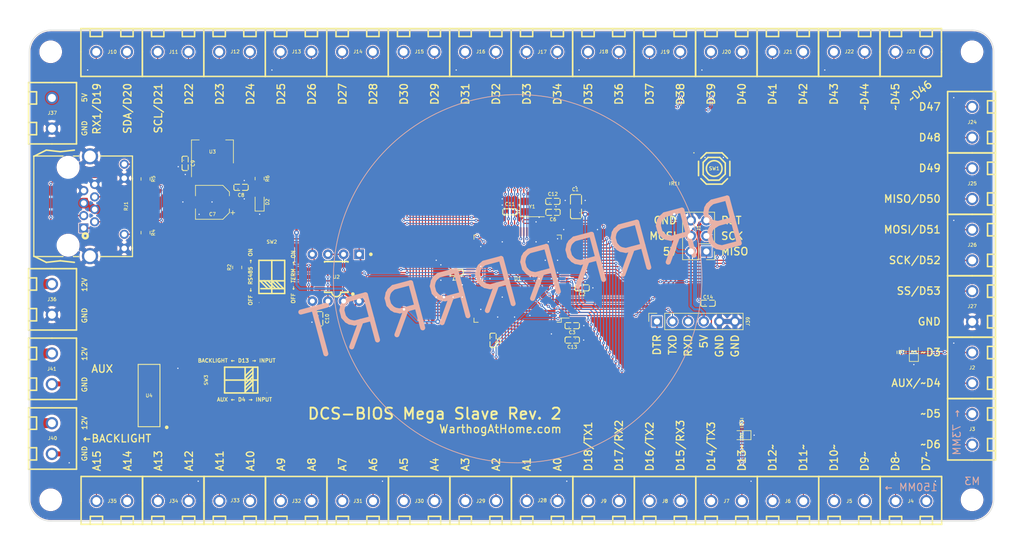
<source format=kicad_pcb>
(kicad_pcb (version 20211014) (generator pcbnew)
  (title_block (title "DCS-BIOS Mega Slave") (date "2022-09-16") (rev "2") (company "Maciej Swic"))
  (layers (0 "F.Cu" signal) (31 "B.Cu" signal) (34 "B.Paste" user) (35 "F.Paste" user) (36 "B.SilkS" user "B.Silkscreen") (37 "F.SilkS" user "F.Silkscreen") (38 "B.Mask" user) (39 "F.Mask" user) (44 "Edge.Cuts" user))
  (net 0 "")
  (net 1 "+5V")
  (net 2 "GND")
  (net 3 "+12V")
  (net 4 "XTAL1")
  (net 5 "XTAL2")
  (net 6 "Net-(C13-Pad2)")
  (net 7 "RESET")
  (net 8 "FTDI_DTR")
  (net 9 "Net-(D1-Pad2)")
  (net 10 "Net-(D2-Pad2)")
  (net 11 "D3")
  (net 12 "D4")
  (net 13 "D5")
  (net 14 "D6")
  (net 15 "D7")
  (net 16 "D8")
  (net 17 "D9")
  (net 18 "D10")
  (net 19 "D11")
  (net 20 "D12")
  (net 21 "D13")
  (net 22 "D14")
  (net 23 "D15")
  (net 24 "D16")
  (net 25 "D17")
  (net 26 "D18")
  (net 27 "D19")
  (net 28 "D20")
  (net 29 "D21")
  (net 30 "D22")
  (net 31 "D23")
  (net 32 "D24")
  (net 33 "D25")
  (net 34 "D26")
  (net 35 "D27")
  (net 36 "D28")
  (net 37 "D29")
  (net 38 "D30")
  (net 39 "D31")
  (net 40 "D32")
  (net 41 "D33")
  (net 42 "D34")
  (net 43 "D35")
  (net 44 "D36")
  (net 45 "D37")
  (net 46 "D38")
  (net 47 "D39")
  (net 48 "D40")
  (net 49 "D41")
  (net 50 "D42")
  (net 51 "D43")
  (net 52 "D44")
  (net 53 "D45")
  (net 54 "D46")
  (net 55 "D47")
  (net 56 "D48")
  (net 57 "D49")
  (net 58 "D50")
  (net 59 "D51")
  (net 60 "D52")
  (net 61 "D53")
  (net 62 "A0")
  (net 63 "A1")
  (net 64 "A2")
  (net 65 "A3")
  (net 66 "A4")
  (net 67 "A5")
  (net 68 "A6")
  (net 69 "A7")
  (net 70 "A8")
  (net 71 "A9")
  (net 72 "A10")
  (net 73 "A11")
  (net 74 "A12")
  (net 75 "A13")
  (net 76 "A14")
  (net 77 "A15")
  (net 78 "TXD")
  (net 79 "RXD")
  (net 80 "BACKLIGHT_GND")
  (net 81 "AUX_GND")
  (net 82 "RS485+")
  (net 83 "Net-(R2-Pad2)")
  (net 84 "Net-(R4-Pad1)")
  (net 85 "Net-(R5-Pad1)")
  (net 86 "RS485-")
  (net 87 "RS485_GND")
  (net 88 "AUX_BASE")
  (net 89 "BACKLIGHT_BASE")
  (net 91 "D2")
  (net 110 "Net-(D3-Pad2)")
  (footprint "A10 KiCad Libraries:CONN-TH_WJ126V-5.0-2P" (layer "F.Cu") (at 165.0048 138.202122 90)
    (fp_text reference "J28")
    (fp_text value "Screw_Terminal_01x02")
  )
  (footprint "A10 KiCad Libraries:CONN-TH_WJ126V-5.0-2P" (layer "F.Cu") (at 104.9288 65.02 -90)
    (fp_text reference "J11")
    (fp_text value "Screw_Terminal_01x02")
  )
  (footprint "A10 KiCad Libraries:C0402" (layer "F.Cu") (at 157.02 112.02 -90)
    (fp_text reference "C4")
    (fp_text value "1uF")
  )
  (footprint "A10 KiCad Libraries:CONN-TH_WJ126V-5.0-2P" (layer "F.Cu") (at 235.02 116.5124 180)
    (fp_text reference "J2")
    (fp_text value "Screw_Terminal_01x02")
  )
  (footprint "A10 KiCad Libraries:CONN-TH_WJ126V-5.0-2P" (layer "F.Cu") (at 144.9592 65.02 -90)
    (fp_text reference "J15")
    (fp_text value "Screw_Terminal_01x02")
  )
  (footprint "A10 KiCad Libraries:SW-SMD_4P-L5.1-W5.1-P3.70-LS6.5-TL-2" (layer "F.Cu") (at 193.02 84.02)
    (fp_text reference "SW1")
    (fp_text value "SW_MEC_5E")
  )
  (footprint "Package_DIP:DIP-8_W7.62mm" (layer "F.Cu") (at 135.22 98.004828 -90)
    (fp_text reference "U5" hide)
    (fp_text value "MAX487ESA+T" hide)
  )
  (footprint "Connector_PinHeader_2.54mm:PinHeader_2x03_P2.54mm_Vertical" (layer "F.Cu") (at 191.749999 97.545 180)
    (fp_text reference "J1")
    (fp_text value "AVR-ISP-6")
  )
  (footprint "A10 KiCad Libraries:CONN-TH_WJ126V-5.0-2P" (layer "F.Cu") (at 215.0428 138.21 90)
    (fp_text reference "J5")
    (fp_text value "Screw_Terminal_01x02")
  )
  (footprint "A10 KiCad Libraries:CONN-TH_WJ126V-5.0-2P" (layer "F.Cu") (at 85.206456 105.345691)
    (fp_text reference "J36")
    (fp_text value "Screw_Terminal_01x02")
  )
  (footprint "A10 KiCad Libraries:SOP-16_L10.0-W3.9-P1.27-LS6.0-BL" (layer "F.Cu") (at 101.02 121.02 90)
    (fp_text reference "U4")
    (fp_text value "ULN2003A")
  )
  (footprint "A10 KiCad Libraries:CONN-TH_WJ126V-5.0-2P" (layer "F.Cu") (at 195.0276 138.21 90)
    (fp_text reference "J7")
    (fp_text value "Screw_Terminal_01x02")
  )
  (footprint "A10 KiCad Libraries:CONN-TH_WJ126V-5.0-2P" (layer "F.Cu") (at 205.0048 65.02 -90)
    (fp_text reference "J21")
    (fp_text value "Screw_Terminal_01x02")
  )
  (footprint "A10 KiCad Libraries:CONN-TH_WJ126V-5.0-2P" (layer "F.Cu") (at 164.9744 65.02 -90)
    (fp_text reference "J17")
    (fp_text value "Screw_Terminal_01x02")
  )
  (footprint "A10 KiCad Libraries:CONN-TH_WJ126V-5.0-2P" (layer "F.Cu") (at 184.9896 65.02 -90)
    (fp_text reference "J19")
    (fp_text value "Screw_Terminal_01x02")
  )
  (footprint "Resistor_SMD:R_0805_2012Metric" (layer "F.Cu") (at 186.52 86.474915 90)
    (fp_text reference "R1")
    (fp_text value "10K")
  )
  (footprint "A10 KiCad Libraries:C0402" (layer "F.Cu") (at 166.778218 91.16222 180)
    (fp_text reference "C6")
    (fp_text value "1uF")
  )
  (footprint "A10 KiCad Libraries:CONN-TH_WJ126V-5.0-2P" (layer "F.Cu") (at 225.0504 138.21 90)
    (fp_text reference "J4")
    (fp_text value "Screw_Terminal_01x02")
  )
  (footprint "A10 KiCad Libraries:C0402" (layer "F.Cu") (at 115.994906 87.088669)
    (fp_text reference "C8")
    (fp_text value "10uF")
  )
  (footprint "A10 KiCad Libraries:SW-SMD_DSHP02TSGER" (layer "F.Cu") (at 116.02 118.493948 90)
    (fp_text reference "SW3")
    (fp_text value "SW_DIP_x02")
  )
  (footprint "A10 KiCad Libraries:RJ45-TH_B-1-1" (layer "F.Cu") (at 90.286456 90.17 -90)
    (fp_text reference "RJ1")
    (fp_text value "RJ45-B-1*1")
  )
  (footprint "Connector_PinSocket_2.54mm:PinSocket_1x06_P2.54mm_Vertical" (layer "F.Cu") (at 183.695 108.949915 90)
    (fp_text reference "J39")
    (fp_text value "Conn_01x06_Female")
  )
  (footprint "MountingHole:MountingHole_3.2mm_M3" (layer "F.Cu") (at 235 138)
    (fp_text reference "H4" hide)
    (fp_text value "MountingHole")
  )
  (footprint "A10 KiCad Libraries:C0402" (layer "F.Cu") (at 106.891456 83.185 -90)
    (fp_text reference "C9")
    (fp_text value "1uF")
  )
  (footprint "A10 KiCad Libraries:C0402" (layer "F.Cu") (at 166.761652 89.378476)
    (fp_text reference "C12")
    (fp_text value "15pF")
  )
  (footprint "MountingHole:MountingHole_3.2mm_M3" (layer "F.Cu") (at 85 138)
    (fp_text reference "H3" hide)
    (fp_text value "MountingHole")
  )
  (footprint "A10 KiCad Libraries:CONN-TH_WJ126V-5.0-2P" (layer "F.Cu") (at 175.0124 138.21 90)
    (fp_text reference "J9")
    (fp_text value "Screw_Terminal_01x02")
  )
  (footprint "A10 KiCad Libraries:CONN-TH_WJ126V-5.0-2P" (layer "F.Cu") (at 205.0352 138.21 90)
    (fp_text reference "J6")
    (fp_text value "Screw_Terminal_01x02")
  )
  (footprint "A10 KiCad Libraries:CONN-TH_WJ126V-5.0-2P" (layer "F.Cu") (at 194.9972 65.02 -90)
    (fp_text reference "J20")
    (fp_text value "Screw_Terminal_01x02")
  )
  (footprint "A10 KiCad Libraries:CONN-TH_WJ126V-5.0-2P" (layer "F.Cu") (at 94.9212 65.02 -90)
    (fp_text reference "J10")
    (fp_text value "Screw_Terminal_01x02")
  )
  (footprint "A10 KiCad Libraries:CONN-TH_WJ126V-5.0-2P" (layer "F.Cu") (at 85.206456 128.02)
    (fp_text reference "J40")
    (fp_text value "Screw_Terminal_01x02")
  )
  (footprint "Capacitor_SMD:CP_Elec_5x5.4" (layer "F.Cu") (at 111.336456 89.535 180)
    (fp_text reference "C7")
    (fp_text value "47uF")
  )
  (footprint "A10 KiCad Libraries:CONN-TH_WJ126V-5.0-2P" (layer "F.Cu") (at 144.9896 138.202122 90)
    (fp_text reference "J30")
    (fp_text value "Screw_Terminal_01x02")
  )
  (footprint "Resistor_SMD:R_0805_2012Metric" (layer "F.Cu") (at 223.52 113.974915 90)
    (fp_text reference "R7")
    (fp_text value "1K")
  )
  (footprint "A10 KiCad Libraries:CONN-TH_WJ126V-5.0-2P" (layer "F.Cu") (at 85.206456 75.02)
    (fp_text reference "J37")
    (fp_text value "Screw_Terminal_01x02")
  )
  (footprint "A10 KiCad Libraries:SW-SMD_DSHP02TSGER" (layer "F.Cu") (at 121 101.689916)
    (fp_text reference "SW2")
    (fp_text value "SW_DIP_x02")
  )
  (footprint "A10 KiCad Libraries:C0402" (layer "F.Cu") (at 169.91 111.974895 180)
    (fp_text reference "C13")
    (fp_text value "100nF")
  )
  (footprint "Symbol:OSHW-Logo2_14.6x12mm_Copper" (layer "F.Cu") (at 101.02 108.474915)
    (fp_text reference "REF**" hide)
    (fp_text value "OSHW-Logo2_14.6x12mm_Copper" hide)
  )
  (footprint "MountingHole:MountingHole_3.2mm_M3" (layer "F.Cu") (at 235 65)
    (fp_text reference "H2" hide)
    (fp_text value "MountingHole")
  )
  (footprint "A10 KiCad Libraries:CONN-TH_WJ126V-5.0-2P" (layer "F.Cu") (at 114.9668 138.202122 90)
    (fp_text reference "J33")
    (fp_text value "Screw_Terminal_01x02")
  )
  (footprint "A10 KiCad Libraries:CONN-TH_WJ126V-5.0-2P" (layer "F.Cu") (at 185.02 138.21 90)
    (fp_text reference "J8")
    (fp_text value "Screw_Terminal_01x02")
  )
  (footprint "A10 KiCad Libraries:SOIC-8_L5.0-W4.0-P1.27-LS6.0-BL" (layer "F.Cu") (at 131.501456 101.689916 90)
    (fp_text reference "U2")
    (fp_text value "MAX487ESA+T")
  )
  (footprint "A10 KiCad Libraries:CONN-TH_WJ126V-5.0-2P" (layer "F.Cu") (at 235.02 86.4896 180)
    (fp_text reference "J25")
    (fp_text value "Screw_Terminal_01x02")
  )
  (footprint "Resistor_SMD:R_0805_2012Metric" (layer "F.Cu") (at 115.372456 100.1395 90)
    (fp_text reference "R2")
    (fp_text value "120R")
  )
  (footprint "MountingHole:MountingHole_3.2mm_M3" (layer "F.Cu") (at 85 65)
    (fp_text reference "H1" hide)
    (fp_text value "MountingHole")
  )
  (footprint "Package_TO_SOT_SMD:SOT-223-3_TabPin2" (layer "F.Cu") (at 111.336456 81.28 90)
    (fp_text reference "U3")
    (fp_text value "AMS1117-5.0")
  )
  (footprint "A10 KiCad Libraries:CONN-TH_WJ126V-5.0-2P" (layer "F.Cu") (at 114.9364 65.02 -90)
    (fp_text reference "J12")
    (fp_text value "Screw_Terminal_01x02")
  )
  (footprint "A10 KiCad Libraries:C0402" (layer "F.Cu") (at 171.52 103.474915)
    (fp_text reference "C2")
    (fp_text value "1uF")
  )
  (footprint "A10 KiCad Libraries:C0402" (layer "F.Cu") (at 192.02 105.974915)
    (fp_text reference "C14")
    (fp_text value "100nF")
  )
  (footprint "LED_SMD:LED_0603_1608Metric" (layer "F.Cu") (at 119.02 89.474916 90)
    (fp_text reference "D2")
    (fp_text value "LED")
  )
  (footprint "A10 KiCad Libraries:CONN-TH_WJ126V-5.0-2P" (layer "F.Cu") (at 235.02 126.52 180)
    (fp_text reference "J3")
    (fp_text value "Screw_Terminal_01x02")
  )
  (footprint "Package_QFP:TQFP-100_14x14mm_P0.5mm" (layer "F.Cu") (at 161.02 101.974915 180)
    (fp_text reference "U1")
    (fp_text value "ATmega2560-16A")
  )
  (footprint "A10 KiCad Libraries:CONN-TH_WJ126V-5.0-2P" (layer "F.Cu") (at 134.9516 65.02 -90)
    (fp_text reference "J14")
    (fp_text value "Screw_Terminal_01x02")
  )
  (footprint "A10 KiCad Libraries:C0805" (layer "F.Cu") (at 170.52 90.228476 90)
    (fp_text reference "C1")
    (fp_text value "4.7uF")
  )
  (footprint "Resistor_SMD:R_0805_2012Metric" (layer "F.Cu") (at 197.52 125.474915 180)
    (fp_text reference "R3")
    (fp_text value "1K")
  )
  (footprint "A10 KiCad Libraries:C0402" (layer "F.Cu") (at 151.02 100.974915 180)
    (fp_text reference "C5")
    (fp_text value "1uF")
  )
  (footprint "A10 KiCad Libraries:CONN-TH_WJ126V-5.0-2P" (layer "F.Cu") (at 124.9744 138.202122 90)
    (fp_text reference "J32")
    (fp_text value "Screw_Terminal_01x02")
  )
  (footprint "A10 KiCad Libraries:CONN-TH_WJ126V-5.0-2P" (layer "F.Cu") (at 174.982 65.02 -90)
    (fp_text reference "J18")
    (fp_text value "Screw_Terminal_01x02")
  )
  (footprint "Resistor_SMD:R_0805_2012Metric" (layer "F.Cu") (at 100.446456 94.474915 90)
    (fp_text reference "R4")
    (fp_text value "1.8K")
  )
  (footprint "A10 KiCad Libraries:CONN-TH_WJ126V-5.0-2P" (layer "F.Cu") (at 225.02 65.02 -90)
    (fp_text reference "J23")
    (fp_text value "Screw_Terminal_01x02")
  )
  (footprint "LED_SMD:LED_0603_1608Metric" (layer "F.Cu") (at 197.52 127.474915 180)
    (fp_text reference "D1")
    (fp_text value "LED")
  )
  (footprint "A10 KiCad Libraries:CONN-TH_WJ126V-5.0-2P" (layer "F.Cu") (at 134.982 138.202122 90)
    (fp_text reference "J31")
    (fp_text value "Screw_Terminal_01x02")
  )
  (footprint "A10 KiCad Libraries:CONN-TH_WJ126V-5.0-2P" (layer "F.Cu") (at 235.02 106.5048 180)
    (fp_text reference "J27")
    (fp_text value "Screw_Terminal_01x02")
  )
  (footprint "A10 KiCad Libraries:CONN-TH_WJ126V-5.0-2P" (layer "F.Cu") (at 124.944 65.02 -90)
    (fp_text reference "J13")
    (fp_text value "Screw_Terminal_01x02")
  )
  (footprint "A10 KiCad Libraries:CONN-TH_WJ126V-5.0-2P" (layer "F.Cu") (at 154.9668 65.02 -90)
    (fp_text reference "J16")
    (fp_text value "Screw_Terminal_01x02")
  )
  (footprint "A10 KiCad Libraries:C0402" (layer "F.Cu") (at 169.91 109.637415)
    (fp_text reference "C3")
    (fp_text value "1uF")
  )
  (footprint "A10 KiCad Libraries:CONN-TH_WJ126V-5.0-2P" (layer "F.Cu") (at 215.0124 65.02 -90)
    (fp_text reference "J22")
    (fp_text value "Screw_Terminal_01x02")
  )
  (footprint "A10 KiCad Libraries:C0402" (layer "F.Cu") (at 128.806425 108.5 -90)
    (fp_text reference "C10")
    (fp_text value "1uF")
  )
  (footprint "A10 KiCad Libraries:CONN-TH_WJ126V-5.0-2P" (layer "F.Cu") (at 235.02 76.482 180)
    (fp_text reference "J24")
    (fp_text value "Screw_Terminal_01x02")
  )
  (footprint "A10 KiCad Libraries:CONN-TH_WJ126V-5.0-2P" (layer "F.Cu") (at 154.9972 138.202121 90)
    (fp_text reference "J29")
    (fp_text value "Screw_Terminal_01x02")
  )
  (footprint "A10 KiCad Libraries:CONN-TH_WJ126V-5.0-2P" (layer "F.Cu") (at 235.02 96.4972 180)
    (fp_text reference "J26")
    (fp_text value "Screw_Terminal_01x02")
  )
  (footprint "A10 KiCad Libraries:C0402" (layer "F.Cu") (at 159.76319 91.078476)
    (fp_text reference "C11")
    (fp_text value "15pF")
  )
  (footprint "Crystal:Crystal_SMD_3225-4Pin_3.2x2.5mm" (layer "F.Cu") (at 163.3822 90.228476)
    (fp_text reference "Y1")
    (fp_text value "Crystal_GND24")
  )
  (footprint "A10 KiCad Libraries:CONN-TH_WJ126V-5.0-2P" (layer "F.Cu") (at 85.206456 116.662812)
    (fp_text reference "J41")
    (fp_text value "Screw_Terminal_01x02")
  )
  (footprint "A10 KiCad Libraries:CONN-TH_WJ126V-5.0-2P" (layer "F.Cu") (at 94.9516 138.202122 90)
    (fp_text reference "J35")
    (fp_text value "Screw_Terminal_01x02")
  )
  (footprint "A10 KiCad Libraries:CONN-TH_WJ126V-5.0-2P" (layer "F.Cu") (at 104.9592 138.202122 90)
    (fp_text reference "J34")
    (fp_text value "Screw_Terminal_01x02")
  )
  (footprint "Resistor_SMD:R_0805_2012Metric" (layer "F.Cu") (at 100.446456 85.725 -90)
    (fp_text reference "R5")
    (fp_text value "1.8K")
  )
  (footprint "Resistor_SMD:R_0805_2012Metric" (layer "F.Cu") (at 119.02 85.664915 -90)
    (fp_text reference "R6")
    (fp_text value "1K")
  )
  (footprint "LED_SMD:LED_0603_1608Metric" (layer "F.Cu") (at 225.52 113.974915 90)
    (fp_text reference "D3")
    (fp_text value "LED")
  )
  (gr_circle (center 161.02 101.974915) (end 191.02 101.974915) (layer "B.SilkS") (width 0.127) (fill none))
  (gr_arc (start 85.045117 141.479999) (mid 82.561086 140.470825) (end 81.52 138) (layer "Edge.Cuts") (width 0.1016))
  (gr_line (start 85.045117 141.479999) (end 235 141.474915) (layer "Edge.Cuts") (width 0.1016))
  (gr_line (start 81.52 65) (end 81.52 138) (layer "Edge.Cuts") (width 0.1016))
  (gr_line (start 85 61.474915) (end 235 61.474915) (layer "Edge.Cuts") (width 0.1016))
  (gr_line (start 238.525117 137.949798) (end 238.525117 64.954914) (layer "Edge.Cuts") (width 0.1016))
  (gr_arc (start 235 61.474915) (mid 237.484031 62.484089) (end 238.525117 64.954914) (layer "Edge.Cuts") (width 0.1016))
  (gr_arc (start 238.525117 137.949798) (mid 237.486741 140.436539) (end 235 141.474915) (layer "Edge.Cuts") (width 0.1016))
  (gr_arc (start 81.520001 65) (mid 82.529175 62.51597) (end 85 61.474883) (layer "Edge.Cuts") (width 0.1016))
  (gr_text "BRRRRRRRRT" (at 162.02 101.974915 15) (layer "B.SilkS") (effects (font (size 7.62 7.62) (thickness 0.8128)) (justify mirror)))
  (gr_text "← 73MM" (at 232.52 126.974915 90) (layer "B.SilkS") (effects (font (size 1.2192 1.2192) (thickness 0.1524)) (justify mirror)))
  (gr_text "M3" (at 235.02 134.974915) (layer "B.SilkS") (effects (font (size 1.2192 1.2192) (thickness 0.1524)) (justify mirror)))
  (gr_text "150MM →" (at 225.02 135.974915) (layer "B.SilkS") (effects (font (size 1.2192 1.2192) (thickness 0.1524)) (justify mirror)))
  (gr_text "WarthogAtHome.com" (at 168.315086 126.474915) (layer "F.SilkS") (effects (font (size 1.3208 1.3208) (thickness 0.2032)) (justify right)))
  (gr_text "OFF ← TERM → ON" (at 124.5 101.689916 90) (layer "F.SilkS") (effects (font (size 0.6096 0.6096) (thickness 0.127))))
  (gr_text "AUX ← D4 → INPUT" (at 116.555 121.668948) (layer "F.SilkS") (effects (font (size 0.6096 0.6096) (thickness 0.127))))
  (gr_text "BACKLIGHT ← D13 → INPUT" (at 115.285 115.318948) (layer "F.SilkS") (effects (font (size 0.6096 0.6096) (thickness 0.127))))
  (gr_text "OFF ← RS485 → ON" (at 117.531456 101.689916 90) (layer "F.SilkS") (effects (font (size 0.6096 0.6096) (thickness 0.127))))
  (gr_text "${TITLE} Rev. ${REVISION}" (at 147.52 123.974915) (layer "F.SilkS") (effects (font (size 1.8288 1.8288) (thickness 0.3048))))
  (segment (start 157.02 109.637415) (end 157.02 111.474915) (width 0.3048) (layer "F.Cu") (net 1))
  (segment (start 171.0788 102.564502) (end 171.0788 103.37103) (width 0.3048) (layer "F.Cu") (net 1))
  (segment (start 167.323303 91.546612) (end 166.895 91.974915) (width 0.3048) (layer "F.Cu") (net 1))
  (segment (start 157.02 107.474915) (end 157.02 109.637415) (width 0.3048) (layer "F.Cu") (net 1))
  (segment (start 167.323303 91.16222) (end 170.423772 91.16222) (width 0.3048) (layer "F.Cu") (net 1))
  (segment (start 172.02 91.474915) (end 171.803533 91.258448) (width 0.3048) (layer "F.Cu") (net 1))
  (segment (start 167.02 106.742952) (end 166.77 106.492952) (width 0.3048) (layer "F.Cu") (net 1))
  (segment (start 155.77 107.224915) (end 154.02 108.974915) (width 0.3048) (layer "F.Cu") (net 1))
  (segment (start 125.02 94.474915) (end 125.02 85.474915) (width 0.4064) (layer "F.Cu") (net 1))
  (segment (start 172.005031 101.638271) (end 171.0788 102.564502) (width 0.3048) (layer "F.Cu") (net 1))
  (segment (start 124.2975 84.752415) (end 119.02 84.752415) (width 0.4064) (layer "F.Cu") (net 1))
  (segment (start 166.895 91.974915) (end 165.77 91.974915) (width 0.3048) (layer "F.Cu") (net 1))
  (segment (start 166.77 106.492952) (end 166.77 104.224915) (width 0.3048) (layer "F.Cu") (net 1))
  (segment (start 186.52 87.387415) (end 186.52 91.474915) (width 0.4064) (layer "F.Cu") (net 1))
  (segment (start 171.0788 103.37103) (end 170.974915 103.474915) (width 0.3048) (layer "F.Cu") (net 1))
  (segment (start 167.02 107.974915) (end 167.02 109.637415) (width 0.3048) (layer "F.Cu") (net 1))
  (segment (start 167.52 103.474915) (end 168.6825 103.474915) (width 0.3048) (layer "F.Cu") (net 1))
  (segment (start 167.02 107.224915) (end 155.77 107.224915) (width 0.3048) (layer "F.Cu") (net 1))
  (segment (start 167.02 107.974915) (end 167.02 106.742952) (width 0.3048) (layer "F.Cu") (net 1))
  (segment (start 167.323303 91.16222) (end 167.323303 91.546612) (width 0.3048) (layer "F.Cu") (net 1))
  (segment (start 186.52 91.474915) (end 172.02 91.474915) (width 0.4064) (layer "F.Cu") (net 1))
  (segment (start 151.565085 102.42983) (end 151.565085 100.974915) (width 0.3048) (layer "F.Cu") (net 1))
  (segment (start 125.02 85.474915) (end 124.2975 84.752415) (width 0.4064) (layer "F.Cu") (net 1))
  (segment (start 141.169913 105.624828) (end 135.22 105.624828) (width 0.3048) (layer "F.Cu") (net 1))
  (segment (start 169.364915 109.637415) (end 167.02 109.637415) (width 0.3048) (layer "F.Cu") (net 1))
  (segment (start 170.423772 91.16222) (end 170.52 91.258448) (width 0.3048) (layer "F.Cu") (net 1))
  (segment (start 142.52 106.974915) (end 141.169913 105.624828) (width 0.3048) (layer "F.Cu") (net 1))
  (segment (start 154.02 108.974915) (end 148.02 108.974915) (width 0.3048) (layer "F.Cu") (net 1))
  (segment (start 149.02 104.974915) (end 151.565085 102.42983) (width 0.3048) (layer "F.Cu") (net 1))
  (segment (start 153.3575 100.974915) (end 151.565085 100.974915) (width 0.3048) (layer "F.Cu") (net 1))
  (segment (start 168.6825 103.474915) (end 170.974915 103.474915) (width 0.3048) (layer "F.Cu") (net 1))
  (segment (start 165.77 91.974915) (end 164.52 93.224915) (width 0.3048) (layer "F.Cu") (net 1))
  (segment (start 171.803533 91.258448) (end 170.52 91.258448) (width 0.3048) (layer "F.Cu") (net 1))
  (segment (start 128.796351 103.59492) (end 128.796351 107.944841) (width 0.3048) (layer "F.Cu") (net 1))
  (segment (start 166.77 104.224915) (end 167.52 103.474915) (width 0.3048) (layer "F.Cu") (net 1))
  (segment (start 128.806425 107.954915) (end 132.889913 107.954915) (width 0.3048) (layer "F.Cu") (net 1))
  (segment (start 132.889913 107.954915) (end 135.22 105.624828) (width 0.3048) (layer "F.Cu") (net 1))
  (segment (start 164.52 93.224915) (end 164.52 94.312415) (width 0.3048) (layer "F.Cu") (net 1))
  (segment (start 128.796351 107.944841) (end 128.806425 107.954915) (width 0.3048) (layer "F.Cu") (net 1))
  (via (at 125.02 94.474915) (size 0.8128) (drill 0.4064) (layers "F.Cu" "B.Cu") (net 1))
  (via (at 142.52 106.974915) (size 0.8128) (drill 0.4064) (layers "F.Cu" "B.Cu") (net 1))
  (via (at 172.005031 101.638271) (size 0.8128) (drill 0.4064) (layers "F.Cu" "B.Cu") (net 1))
  (via (at 148.02 108.974915) (size 0.8128) (drill 0.4064) (layers "F.Cu" "B.Cu") (net 1))
  (via (at 149.02 104.974915) (size 0.8128) (drill 0.4064) (layers "F.Cu" "B.Cu") (net 1))
  (via (at 186.52 91.474915) (size 0.8128) (drill 0.4064) (layers "F.Cu" "B.Cu") (net 1))
  (via (at 172.02 91.474915) (size 0.8128) (drill 0.4064) (layers "F.Cu" "B.Cu") (net 1))
  (segment (start 148.02 108.974915) (end 144.52 108.974915) (width 0.3048) (layer "B.Cu") (net 1))
  (segment (start 172.005031 101.638271) (end 172.02 101.623302) (width 0.3048) (layer "B.Cu") (net 1))
  (segment (start 125.02 103.02) (end 125.59167 103.59167) (width 0.4064) (layer "B.Cu") (net 1))
  (segment (start 186.52 91.474915) (end 186.52 96.974915) (width 0.4064) (layer "B.Cu") (net 1))
  (segment (start 189.209999 97.545) (end 189.209999 106.385613) (width 0.4064) (layer "B.Cu") (net 1))
  (segment (start 191.315 107.505987) (end 191.315 108.949915) (width 0.4064) (layer "B.Cu") (net 1))
  (segment (start 189.799301 106.974915) (end 190.783928 106.974915) (width 0.4064) (layer "B.Cu") (net 1))
  (segment (start 190.783928 106.974915) (end 191.315 107.505987) (width 0.4064) (layer "B.Cu") (net 1))
  (segment (start 186.52 96.974915) (end 187.090085 97.545) (width 0.4064) (layer "B.Cu") (net 1))
  (segment (start 187.090085 97.545) (end 189.209999 97.545) (width 0.4064) (layer "B.Cu") (net 1))
  (segment (start 148.02 105.974915) (end 148.02 108.974915) (width 0.3048) (layer "B.Cu") (net 1))
  (segment (start 172.02 101.623302) (end 172.02 91.474915) (width 0.3048) (layer "B.Cu") (net 1))
  (segment (start 189.209999 106.385613) (end 189.799301 106.974915) (width 0.4064) (layer "B.Cu") (net 1))
  (segment (start 132.636755 103.59167) (end 134.669913 105.624828) (width 0.4064) (layer "B.Cu") (net 1))
  (segment (start 149.02 104.974915) (end 148.02 105.974915) (width 0.3048) (layer "B.Cu") (net 1))
  (segment (start 125.59167 103.59167) (end 132.636755 103.59167) (width 0.4064) (layer "B.Cu") (net 1))
  (segment (start 134.669913 105.624828) (end 135.22 105.624828) (width 0.4064) (layer "B.Cu") (net 1))
  (segment (start 125.02 94.474915) (end 125.02 103.02) (width 0.4064) (layer "B.Cu") (net 1))
  (segment (start 144.52 108.974915) (end 142.52 106.974915) (width 0.3048) (layer "B.Cu") (net 1))
  (segment (start 166.52 110.974915) (end 166.52 109.637415) (width 0.1778) (layer "F.Cu") (net 2))
  (segment (start 167.52 102.724915) (end 167.52 101.974915) (width 0.1778) (layer "F.Cu") (net 2))
  (segment (start 164.02 92.724915) (end 164.02 94.312415) (width 0.1778) (layer "F.Cu") (net 2))
  (segment (start 157.531302 109.648717) (end 157.531302 112.053783) (width 0.1778) (layer "F.Cu") (net 2))
  (segment (start 164.02 94.312415) (end 164.02 95.974915) (width 0.1778) (layer "F.Cu") (net 2))
  (segment (start 168.6825 102.974915) (end 167.77 102.974915) (width 0.1778) (layer "F.Cu") (net 2))
  (segment (start 166.52 108.224915) (end 166.27 107.974915) (width 0.1778) (layer "F.Cu") (net 2))
  (segment (start 153.3575 101.474915) (end 154.52 101.474915) (width 0.1778) (layer "F.Cu") (net 2))
  (segment (start 157.52 109.637415) (end 157.531302 109.648717) (width 0.1778) (layer "F.Cu") (net 2))
  (segment (start 152.52 101.474915) (end 153.3575 101.474915) (width 0.1778) (layer "F.Cu") (net 2))
  (segment (start 167.77 102.974915) (end 167.52 102.724915) (width 0.1778) (layer "F.Cu") (net 2))
  (segment (start 152.02 102.974915) (end 152.02 101.974915) (width 0.1778) (layer "F.Cu") (net 2))
  (segment (start 152.02 101.974915) (end 152.52 101.474915) (width 0.1778) (layer "F.Cu") (net 2))
  (segment (start 154.52 101.474915) (end 155.02 100.974915) (width 0.1778) (layer "F.Cu") (net 2))
  (segment (start 157.52 109.637415) (end 157.52 108.474915) (width 0.1778) (layer "F.Cu") (net 2))
  (segment (start 157.531302 112.053783) (end 157.02 112.565085) (width 0.1778) (layer "F.Cu") (net 2))
  (segment (start 155.02 100.974915) (end 155.02 99.974915) (width 0.1778) (layer "F.Cu") (net 2))
  (segment (start 166.52 109.637415) (end 166.52 108.224915) (width 0.1778) (layer "F.Cu") (net 2))
  (segment (start 157.52 108.474915) (end 157.77 108.224915) (width 0.1778) (layer "F.Cu") (net 2))
  (via (at 168.52 93.974915) (size 0.508) (drill 0.2032) (layers "F.Cu" "B.Cu") (net 2))
  (via (at 121.02 67.974915) (size 0.508) (drill 0.2032) (layers "F.Cu" "B.Cu") (net 2))
  (via (at 148.52 99.724915) (size 0.508) (drill 0.2032) (layers "F.Cu" "B.Cu") (net 2))
  (via (at 172.02 102.474915) (size 0.508) (drill 0.2032) (layers "F.Cu" "B.Cu") (net 2))
  (via (at 155.02 106.974915) (size 0.508) (drill 0.2032) (layers "F.Cu" "B.Cu") (net 2))
  (via (at 105.710464 116.578152) (size 0.508) (drill 0.2032) (layers "F.Cu" "B.Cu") (net 2))
  (via (at 159.52 101.974915) (size 0.508) (drill 0.2032) (layers "F.Cu" "B.Cu") (net 2))
  (via (at 116.52 88.974915) (size 0.508) (drill 0.2032) (layers "F.Cu" "B.Cu") (net 2))
  (via (at 150.52 104.974915) (size 0.508) (drill 0.2032) (layers "F.Cu" "B.Cu") (net 2))
  (via (at 164.52 101.974915) (size 0.508) (drill 0.2032) (layers "F.Cu" "B.Cu") (net 2))
  (via (at 166.02 95.974915) (size 0.508) (drill 0.2032) (layers "F.Cu" "B.Cu") (net 2))
  (via (at 147.77 98.974915) (size 0.508) (drill 0.2032) (layers "F.Cu" "B.Cu") (net 2))
  (via (at 225.52 115.974915) (size 0.508) (drill 0.2032) (layers "F.Cu" "B.Cu") (net 2))
  (via (at 172.02 89.224915) (size 0.508) (drill 0.2032) (layers "F.Cu" "B.Cu") (net 2))
  (via (at 211.02 67.974915) (size 0.508) (drill 0.2032) (layers "F.Cu" "B.Cu") (net 2))
  (via (at 155.02 99.974915) (size 0.508) (drill 0.2032) (layers "F.Cu" "B.Cu") (net 2))
  (via (at 109.170412 91.488727) (size 0.508) (drill 0.2032) (layers "F.Cu" "B.Cu") (net 2))
  (via (at 150.52 102.224915) (size 0.508) (drill 0.2032) (layers "F.Cu" "B.Cu") (net 2))
  (via (at 171.77 111.974915) (size 0.508) (drill 0.2032) (layers "F.Cu" "B.Cu") (net 2))
  (via (at 106.52 89.474915) (size 0.508) (drill 0.2032) (layers "F.Cu" "B.Cu") (net 2))
  (via (at 164.02 92.724915) (size 0.508) (drill 0.2032) (layers "F.Cu" "B.Cu") (net 2))
  (via (at 232.02 112.474915) (size 0.508) (drill 0.2032) (layers "F.Cu" "B.Cu") (net 2))
  (via (at 170.52 86.974915) (size 0.508) (drill 0.2032) (layers "F.Cu" "B.Cu") (net 2))
  (via (at 167.52 98.974915) (size 0.508) (drill 0.2032) (layers "F.Cu" "B.Cu") (net 2))
  (via (at 152.02 104.974915) (size 0.508) (drill 0.2032) (layers "F.Cu" "B.Cu") (net 2))
  (via (at 111.27 89.474915) (size 0.508) (drill 0.2032) (layers "F.Cu" "B.Cu") (net 2))
  (via (at 174.02 93.974915) (size 0.508) (drill 0.2032) (layers "F.Cu" "B.Cu") (net 2))
  (via (at 191.52 82.224915) (size 0.508) (drill 0.2032) (layers "F.Cu" "B.Cu") (net 2))
  (via (at 166.52 110.974915) (size 0.508) (drill 0.2032) (layers "F.Cu" "B.Cu") (net 2))
  (via (at 106.914291 84.999472) (size 0.508) (drill 0.2032) (layers "F.Cu" "B.Cu") (net 2))
  (via (at 155.02 96.724915) (size 0.508) (drill 0.2032) (layers "F.Cu" "B.Cu") (net 2))
  (via (at 164.52 91.974915) (size 0.508) (drill 0.2032) (layers "F.Cu" "B.Cu") (net 2))
  (via (at 157.77 108.224915) (size 0.508) (drill 0.2032) (layers "F.Cu" "B.Cu") (net 2))
  (via (at 232.02 92.474915) (size 0.508) (drill 0.2032) (layers "F.Cu" "B.Cu") (net 2))
  (via (at 199.52 127.474915) (size 0.508) (drill 0.2032) (layers "F.Cu" "B.Cu") (net 2))
  (via (at 163.02 107.974915) (size 0.508) (drill 0.2032) (layers "F.Cu" "B.Cu") (net 2))
  (via (at 148.52 102.224915) (size 0.508) (drill 0.2032) (layers "F.Cu" "B.Cu") (net 2))
  (via (at 160.52 108.224915) (size 0.508) (drill 0.2032) (layers "F.Cu" "B.Cu") (net 2))
  (via (at 167.52 101.974915) (size 0.508) (drill 0.2032) (layers "F.Cu" "B.Cu") (net 2))
  (via (at 232.02 72.474915) (size 0.508) (drill 0.2032) (layers "F.Cu" "B.Cu") (net 2))
  (via (at 166.27 107.974915) (size 0.508) (drill 0.2032) (layers "F.Cu" "B.Cu") (net 2))
  (via (at 171.791867 109.628808) (size 0.508) (drill 0.2032) (layers "F.Cu" "B.Cu") (net 2))
  (via (at 152.02 102.974915) (size 0.508) (drill 0.2032) (layers "F.Cu" "B.Cu") (net 2))
  (via (at 156.52 101.974915) (size 0.508) (drill 0.2032) (layers "F.Cu" "B.Cu") (net 2))
  (via (at 105.77 83.724915) (size 0.508) (drill 0.2032) (layers "F.Cu" "B.Cu") (net 2))
  (via (at 139.02 134.974915) (size 0.508) (drill 0.2032) (layers "F.Cu" "B.Cu") (net 2))
  (via (at 165.52 98.974915) (size 0.508) (drill 0.2032) (layers "F.Cu" "B.Cu") (net 2))
  (via (at 191.02 67.974915) (size 0.508) (drill 0.2032) (layers "F.Cu" "B.Cu") (net 2))
  (via (at 151.02 67.974915) (size 0.508) (drill 0.2032) (layers "F.Cu" "B.Cu") (net 2))
  (via (at 166.52 101.974915) (size 0.508) (drill 0.2032) (layers "F.Cu" "B.Cu") (net 2))
  (via (at 91.02 67.974915) (size 0.508) (drill 0.2032) (layers "F.Cu" "B.Cu") (net 2))
  (via (at 167.27 90.224915) (size 0.508) (drill 0.2032) (layers "F.Cu" "B.Cu") (net 2))
  (via (at 158.52 95.974915) (size 0.508) (drill 0.2032) (layers "F.Cu" "B.Cu") (net 2))
  (via (at 158.52 104.974915) (size 0.508) (drill 0.2032) (layers "F.Cu" "B.Cu") (net 2))
  (via (at 88.02 131.974915) (size 0.508) (drill 0.2032) (layers "F.Cu" "B.Cu") (net 2))
  (via (at 158.52 89.974915) (size 0.508) (drill 0.2032) (layers "F.Cu" "B.Cu") (net 2))
  (via (at 164.02 95.974915) (size 0.508) (drill 0.2032) (layers "F.Cu" "B.Cu") (net 2))
  (via (at 169.02 134.974915) (size 0.508) (drill 0.2032) (layers "F.Cu" "B.Cu") (net 2))
  (via (at 229.02 134.974915) (size 0.508) (drill 0.2032) (layers "F.Cu" "B.Cu") (net 2))
  (via (at 119.02 91.474915) (size 0.508) (drill 0.2032) (layers "F.Cu" "B.Cu") (net 2))
  (via (at 167.52 100.974915) (size 0.508) (drill 0.2032) (layers "F.Cu" "B.Cu") (net 2))
  (via (at 194.52 82.224915) (size 0.508) (drill 0.2032) (layers "F.Cu" "B.Cu") (net 2))
  (via (at 199.02 134.974915) (size 0.508) (drill 0.2032) (layers "F.Cu" "B.Cu") (net 2))
  (via (at 173.27 103.474915) (size 0.508) (drill 0.2032) (layers "F.Cu" "B.Cu") (net 2))
  (via (at 116.52 85.974915) (size 0.508) (drill 0.2032) (layers "F.Cu" "B.Cu") (net 2))
  (via (at 147.77 104.974915) (size 0.508) (drill 0.2032) (layers "F.Cu" "B.Cu") (net 2))
  (via (at 168.77 89.224915) (size 0.508) (drill 0.2032) (layers "F.Cu" "B.Cu") (net 2))
  (via (at 171.02 67.974915) (size 0.508) (drill 0.2032) (layers "F.Cu" "B.Cu") (net 2))
  (via (at 109.02 134.974915) (size 0.508) (drill 0.2032) (layers "F.Cu" "B.Cu") (net 2))
  (via (at 127.533924 109.060269) (size 0.508) (drill 0.2032) (layers "F.Cu" "B.Cu") (net 2))
  (via (at 158.52 88.974915) (size 0.508) (drill 0.2032) (layers "F.Cu" "B.Cu") (net 2))
  (via (at 167.52 95.474915) (size 0.508) (drill 0.2032) (layers "F.Cu" "B.Cu") (net 2))
  (segment (start 82.5328 90.962115) (end 82.5328 102.962115) (width 1.6256) (layer "F.Cu") (net 3))
  (segment (start 113.636456 84.43) (end 113.636456 87.091371) (width 1.4986) (layer "F.Cu") (net 3))
  (segment (start 83.832916 89.661999) (end 82.5328 90.962115) (width 1.6256) (layer "F.Cu") (net 3))
  (segment (start 115.449821 87.088669) (end 113.639158 87.088669) (width 0.5588) (layer "F.Cu") (net 3))
  (segment (start 90.382976 89.661999) (end 83.832916 89.661999) (width 1.6256) (layer "F.Cu") (net 3))
  (segment (start 92.16352 90.678001) (end 101.816914 90.678001) (width 1.4986) (layer "F.Cu") (net 3))
  (segment (start 85.206456 102.845691) (end 82.649224 102.845691) (width 1.6256) (layer "F.Cu") (net 3))
  (segment (start 82.5328 124.487715) (end 83.565085 125.52) (width 1.6256) (layer "F.Cu") (net 3))
  (segment (start 113.636456 87.091371) (end 113.636456 89.435) (width 1.4986) (layer "F.Cu") (net 3))
  (segment (start 101.816914 90.678001) (end 105.403544 87.091371) (width 1.4986) (layer "F.Cu") (net 3))
  (segment (start 113.636456 89.435) (end 113.536456 89.535) (width 1.6256) (layer "F.Cu") (net 3))
  (segment (start 105.403544 87.091371) (end 113.636456 87.091371) (width 1.4986) (layer "F.Cu") (net 3))
  (segment (start 85.206456 114.162812) (end 82.707897 114.162812) (width 1.6256) (layer "F.Cu") (net 3))
  (segment (start 82.5328 113.987715) (end 82.5328 124.487715) (width 1.6256) (layer "F.Cu") (net 3))
  (segment (start 83.565085 125.52) (end 85.206456 125.52) (width 1.6256) (layer "F.Cu") (net 3))
  (segment (start 82.5328 102.962115) (end 82.5328 113.987715) (width 1.6256) (layer "F.Cu") (net 3))
  (segment (start 113.639158 87.088669) (end 113.636456 87.091371) (width 0.3048) (layer "F.Cu") (net 3))
  (segment (start 162.72 92.957115) (end 162.718622 92.955737) (width 0.1778) (layer "F.Cu") (net 4))
  (segment (start 163.02 94.312415) (end 163.02 93.257115) (width 0.1778) (layer "F.Cu") (net 4))
  (segment (start 163.02 92.057115) (end 163.02 91.816276) (width 0.1778) (layer "F.Cu") (net 4))
  (segment (start 162.718622 92.358493) (end 162.72 92.357115) (width 0.1778) (layer "F.Cu") (net 4))
  (segment (start 162.718622 92.955737) (end 162.130703 92.955737) (width 0.1778) (layer "F.Cu") (net 4))
  (segment (start 162.2822 91.078476) (end 160.308275 91.078476) (width 0.1778) (layer "F.Cu") (net 4))
  (segment (start 162.130703 92.358493) (end 162.718622 92.358493) (width 0.1778) (layer "F.Cu") (net 4))
  (segment (start 163.02 91.816276) (end 162.2822 91.078476) (width 0.1778) (layer "F.Cu") (net 4))
  (arc (start 163.02 93.257115) (mid 162.932132 93.044983) (end 162.72 92.957115) (width 0.1778) (layer "F.Cu") (net 4))
  (arc (start 162.130703 92.955737) (mid 161.949878 92.851949) (end 161.878 92.657115) (width 0.1778) (layer "F.Cu") (net 4))
  (arc (start 161.878 92.657115) (mid 161.949878 92.462281) (end 162.130703 92.358493) (width 0.1778) (layer "F.Cu") (net 4))
  (arc (start 162.72 92.357115) (mid 162.932132 92.269247) (end 163.02 92.057115) (width 0.1778) (layer "F.Cu") (net 4))
  (segment (start 164.4822 89.378476) (end 166.216567 89.378476) (width 0.1778) (layer "F.Cu") (net 5))
  (segment (start 163.52 94.312415) (end 163.52 90.340676) (width 0.1778) (layer "F.Cu") (net 5))
  (segment (start 163.52 90.340676) (end 164.4822 89.378476) (width 0.1778) (layer "F.Cu") (net 5))
  (segment (start 166.02 111.474915) (end 166.51998 111.974895) (width 0.1778) (layer "F.Cu") (net 6))
  (segment (start 166.02 109.637415) (end 166.02 111.474915) (width 0.1778) (layer "F.Cu") (net 6))
  (segment (start 166.51998 111.974895) (end 169.364915 111.974895) (width 0.1778) (layer "F.Cu") (net 6))
  (segment (start 165.02 93.474915) (end 165.02 94.312415) (width 0.1778) (layer "F.Cu") (net 7))
  (segment (start 188.334691 85.870394) (end 189.720025 85.870394) (width 0.1778) (layer "F.Cu") (net 7))
  (segment (start 189.719717 90.474915) (end 188.02 90.474915) (width 0.1778) (layer "F.Cu") (net 7))
  (segment (start 190.52 105.474915) (end 191.02 105.974915) (width 0.1778) (layer "F.Cu") (net 7))
  (segment (start 187.52 90.974915) (end 187.52 91.974915) (width 0.1778) (layer "F.Cu") (net 7))
  (segment (start 196.319975 85.870394) (end 189.720025 85.870394) (width 0.1778) (layer "F.Cu") (net 7))
  (segment (start 186.52 85.562415) (end 186.526712 85.555703) (width 0.1778) (layer "F.Cu") (net 7))
  (segment (start 186.526712 85.555703) (end 188.02 85.555703) (width 0.1778) (layer "F.Cu") (net 7))
  (segment (start 191.02 105.974915) (end 191.474915 105.974915) (width 0.1778) (layer "F.Cu") (net 7))
  (segment (start 191.749999 92.465) (end 191.749999 90.847221) (width 0.1778) (layer "F.Cu") (net 7))
  (segment (start 189.720025 90.474607) (end 189.719717 90.474915) (width 0.1778) (layer "F.Cu") (net 7))
  (segment (start 166.02 92.474915) (end 165.02 93.474915) (width 0.1778) (layer "F.Cu") (net 7))
  (segment (start 188.02 85.555703) (end 188.334691 85.870394) (width 0.1778) (layer "F.Cu") (net 7))
  (segment (start 191.377693 90.474915) (end 189.719717 90.474915) (width 0.1778) (layer "F.Cu") (net 7))
  (segment (start 189.720025 85.870394) (end 189.720025 90.474607) (width 0.1778) (layer "F.Cu") (net 7))
  (segment (start 188.02 90.474915) (end 187.52 90.974915) (width 0.1778) (layer "F.Cu") (net 7))
  (segment (start 191.749999 90.847221) (end 191.377693 90.474915) (width 0.1778) (layer "F.Cu") (net 7))
  (segment (start 187.52 91.974915) (end 187.02 92.474915) (width 0.1778) (layer "F.Cu") (net 7))
  (segment (start 187.02 92.474915) (end 166.02 92.474915) (width 0.1778) (layer "F.Cu") (net 7))
  (via (at 190.52 105.474915) (size 0.508) (drill 0.2032) (layers "F.Cu" "B.Cu") (net 7))
  (segment (start 191.749999 92.465) (end 191.029915 92.465) (width 0.1778) (layer "B.Cu") (net 7))
  (segment (start 190.52 92.974915) (end 190.52 105.474915) (width 0.1778) (layer "B.Cu") (net 7))
  (segment (start 191.029915 92.465) (end 190.52 92.974915) (width 0.1778) (layer "B.Cu") (net 7))
  (segment (start 184.261799 110.474915) (end 183.695 109.908116) (width 0.1778) (layer "F.Cu") (net 8))
  (segment (start 192.565085 105.974915) (end 192.565085 109.92983) (width 0.1778) (layer "F.Cu") (net 8))
  (segment (start 192.02 110.474915) (end 184.261799 110.474915) (width 0.1778) (layer "F.Cu") (net 8))
  (segment (start 192.565085 109.92983) (end 192.02 110.474915) (width 0.1778) (layer "F.Cu") (net 8))
  (segment (start 183.695 109.908116) (end 183.695 108.949915) (width 0.1778) (layer "F.Cu") (net 8))
  (segment (start 196.7325 125.599915) (end 196.7325 127.474915) (width 0.1778) (layer "F.Cu") (net 9))
  (segment (start 196.6075 125.474915) (end 196.7325 125.599915) (width 0.1778) (layer "F.Cu") (net 9))
  (segment (start 119.02 86.577415) (end 119.02 88.687416) (width 0.1778) (layer "F.Cu") (net 10))
  (segment (start 228.77 100.974915) (end 230.02 102.224915) (width 0.1778) (layer "F.Cu") (net 11))
  (segment (start 182.52 104.974915) (end 186.52 100.974915) (width 0.1778) (layer "F.Cu") (net 11))
  (segment (start 168.6825 104.974915) (end 182.52 104.974915) (width 0.1778) (layer "F.Cu") (net 11))
  (segment (start 230.02 113.474915) (end 230.556215 114.01113) (width 0.1778) (layer "F.Cu") (net 11))
  (segment (start 230.556215 114.01113) (end 235.02 114.01113) (width 0.1778) (layer "F.Cu") (net 11))
  (segment (start 186.52 100.974915) (end 228.77 100.974915) (width 0.1778) (layer "F.Cu") (net 11))
  (segment (start 223.52 113.980815) (end 223.52 114.887415) (width 0.1778) (layer "F.Cu") (net 11))
  (segment (start 230.02 102.224915) (end 230.02 113.474915) (width 0.1778) (layer "F.Cu") (net 11))
  (via (at 223.52 113.980815) (size 0.508) (drill 0.2032) (layers "F.Cu" "B.Cu") (net 11))
  (via (at 230.556215 114.01113) (size 0.508) (drill 0.2032) (layers "F.Cu" "B.Cu") (net 11))
  (segment (start 223.550315 114.01113) (end 223.52 113.980815) (width 0.1778) (layer "B.Cu") (net 11))
  (segment (start 230.556215 114.01113) (end 223.550315 114.01113) (width 0.1778) (layer "B.Cu") (net 11))
  (segment (start 121.02 119.474915) (end 121.02 125.724915) (width 0.1778) (layer "F.Cu") (net 12))
  (segment (start 229.52 118.474915) (end 230.057485 119.0124) (width 0.1778) (layer "F.Cu") (net 12))
  (segment (start 121.77 126.474915) (end 156.77 126.474915) (width 0.1778) (layer "F.Cu") (net 12))
  (segment (start 230.057485 119.0124) (end 235.02 119.0124) (width 0.1778) (layer "F.Cu") (net 12))
  (segment (start 183.02 105.224915) (end 186.77 101.474915) (width 0.1778) (layer "F.Cu") (net 12))
  (segment (start 168.6825 107.974915) (end 180.27 107.974915) (width 0.1778) (layer "F.Cu") (net 12))
  (segment (start 156.77 126.474915) (end 157.52 125.724915) (width 0.1778) (layer "F.Cu") (net 12))
  (segment (start 157.52 125.724915) (end 157.52 114.728915) (width 0.1778) (layer "F.Cu") (net 12))
  (segment (start 228.52 101.474915) (end 229.52 102.474915) (width 0.1778) (layer "F.Cu") (net 12))
  (segment (start 121.02 125.724915) (end 121.77 126.474915) (width 0.1778) (layer "F.Cu") (net 12))
  (segment (start 168.6825 107.974915) (end 168.0783 107.974915) (width 0.1778) (layer "F.Cu") (net 12))
  (segment (start 186.77 101.474915) (end 228.52 101.474915) (width 0.1778) (layer "F.Cu") (net 12))
  (segment (start 229.52 102.474915) (end 229.52 118.474915) (width 0.1778) (layer "F.Cu") (net 12))
  (segment (start 120.674034 119.128949) (end 121.02 119.474915) (width 0.1778) (layer "F.Cu") (net 12))
  (segment (start 168.0783 107.974915) (end 167.5783 108.474915) (width 0.1778) (layer "F.Cu") (net 12))
  (segment (start 119.830008 119.128949) (end 120.674034 119.128949) (width 0.1778) (layer "F.Cu") (net 12))
  (via (at 157.52 114.728915) (size 0.508) (drill 0.2032) (layers "F.Cu" "B.Cu") (net 12))
  (via (at 167.5783 108.474915) (size 0.508) (drill 0.2032) (layers "F.Cu" "B.Cu") (net 12))
  (via (at 183.02 105.224915) (size 0.508) (drill 0.2032) (layers "F.Cu" "B.Cu") (net 12))
  (via (at 180.27 107.974915) (size 0.508) (drill 0.2032) (layers "F.Cu" "B.Cu") (net 12))
  (segment (start 162.02 108.474915) (end 157.52 112.974915) (width 0.1778) (layer "B.Cu") (net 12))
  (segment (start 167.5783 108.474915) (end 162.02 108.474915) (width 0.1778) (layer "B.Cu") (net 12))
  (segment (start 180.27 107.974915) (end 183.02 105.224915) (width 0.1778) (layer "B.Cu") (net 12))
  (segment (start 157.52 112.974915) (end 157.52 114.728915) (width 0.1778) (layer "B.Cu") (net 12))
  (segment (start 229.02 102.724915) (end 229.02 123.474915) (width 0.1778) (layer "F.Cu") (net 13))
  (segment (start 168.6825 105.974915) (end 183.02 105.974915) (width 0.1778) (layer "F.Cu") (net 13))
  (segment (start 183.02 105.974915) (end 187.02 101.974915) (width 0.1778) (layer "F.Cu") (net 13))
  (segment (start 229.02 123.474915) (end 229.563815 124.01873) (width 0.1778) (layer "F.Cu") (net 13))
  (segment (start 228.27 101.974915) (end 229.02 102.724915) (width 0.1778) (layer "F.Cu") (net 13))
  (segment (start 187.02 101.974915) (end 228.27 101.974915) (width 0.1778) (layer "F.Cu") (net 13))
  (segment (start 229.563815 124.01873) (end 235.02 124.01873) (width 0.1778) (layer "F.Cu") (net 13))
  (segment (start 228.52 102.974915) (end 228.52 128.474915) (width 0.1778) (layer "F.Cu") (net 14))
  (segment (start 228.52 128.474915) (end 229.065085 129.02) (width 0.1778) (layer "F.Cu") (net 14))
  (segment (start 228.02 102.474915) (end 228.52 102.974915) (width 0.1778) (layer "F.Cu") (net 14))
  (segment (start 178.52 102.474915) (end 184.27 102.474915) (width 0.1778) (layer "F.Cu") (net 14))
  (segment (start 188.52 102.474915) (end 228.02 102.474915) (width 0.1778) (layer "F.Cu") (net 14))
  (segment (start 229.065085 129.02) (end 235.02 129.02) (width 0.1778) (layer "F.Cu") (net 14))
  (segment (start 177.02 100.974915) (end 178.52 102.474915) (width 0.1778) (layer "F.Cu") (net 14))
  (segment (start 168.6825 100.974915) (end 177.02 100.974915) (width 0.1778) (layer "F.Cu") (net 14))
  (via (at 188.52 102.474915) (size 0.508) (drill 0.2032) (layers "F.Cu" "B.Cu") (net 14))
  (via (at 184.27 102.474915) (size 0.508) (drill 0.2032) (layers "F.Cu" "B.Cu") (net 14))
  (segment (start 184.27 102.474915) (end 188.52 102.474915) (width 0.1778) (layer "B.Cu") (net 14))
  (segment (start 178 116.974915) (end 178 128) (width 0.1778) (layer "F.Cu") (net 15))
  (segment (start 178.5 128.5) (end 227 128.5) (width 0.1778) (layer "F.Cu") (net 15))
  (segment (start 178 128) (end 178.5 128.5) (width 0.1778) (layer "F.Cu") (net 15))
  (segment (start 178.02 100.974915) (end 177.56954 100.974915) (width 0.1778) (layer "F.Cu") (net 15))
  (segment (start 227.55167 129.05167) (end 227.55167 138.21) (width 0.1778) (layer "F.Cu") (net 15))
  (segment (start 177.56954 100.974915) (end 177.06954 100.474915) (width 0.1778) (layer "F.Cu") (net 15))
  (segment (start 177.06954 100.474915) (end 168.6825 100.474915) (width 0.1778) (layer "F.Cu") (net 15))
  (segment (start 227 128.5) (end 227.55167 129.05167) (width 0.1778) (layer "F.Cu") (net 15))
  (via (at 178.02 100.974915) (size 0.508) (drill 0.2032) (layers "F.Cu" "B.Cu") (net 15))
  (via (at 178 116.974915) (size 0.508) (drill 0.2032) (layers "F.Cu" "B.Cu") (net 15))
  (segment (start 178 116.974915) (end 178 100.994915) (width 0.1778) (layer "B.Cu") (net 15))
  (segment (start 178 100.994915) (end 178.02 100.974915) (width 0.1778) (layer "B.Cu") (net 15))
  (segment (start 222 129) (end 222.5504 129.5504) (width 0.1778) (layer "F.Cu") (net 16))
  (segment (start 177.5 128.25) (end 178.25 129) (width 0.1778) (layer "F.Cu") (net 16))
  (segment (start 168.6825 99.974915) (end 177.27 99.974915) (width 0.1778) (layer "F.Cu") (net 16))
  (segment (start 177.27 99.974915) (end 177.52 100.224915) (width 0.1778) (layer "F.Cu") (net 16))
  (segment (start 177.5052 116.224915) (end 177.5 116.230115) (width 0.1778) (layer "F.Cu") (net 16))
  (segment (start 222.5504 129.5504) (end 222.5504 138.21) (width 0.1778) (layer "F.Cu") (net 16))
  (segment (start 178.25 129) (end 222 129) (width 0.1778) (layer "F.Cu") (net 16))
  (segment (start 177.5 116.230115) (end 177.5 128.25) (width 0.1778) (layer "F.Cu") (net 16))
  (via (at 177.5052 116.224915) (size 0.508) (drill 0.2032) (layers "F.Cu" "B.Cu") (net 16))
  (via (at 177.52 100.224915) (size 0.508) (drill 0.2032) (layers "F.Cu" "B.Cu") (net 16))
  (segment (start 177.5 100.244915) (end 177.52 100.224915) (width 0.1778) (layer "B.Cu") (net 16))
  (segment (start 177.5 116.219715) (end 177.5 100.244915) (width 0.1778) (layer "B.Cu") (net 16))
  (segment (start 177.5052 116.224915) (end 177.5 116.219715) (width 0.1778) (layer "B.Cu") (net 16))
  (segment (start 177 115.480115) (end 177 128.5) (width 0.1778) (layer "F.Cu") (net 17))
  (segment (start 217.54407 130.04407) (end 217.54407 138.21) (width 0.1778) (layer "F.Cu") (net 17))
  (segment (start 168.6825 99.474915) (end 177.02 99.474915) (width 0.1778) (layer "F.Cu") (net 17))
  (segment (start 177 128.5) (end 178 129.5) (width 0.1778) (layer "F.Cu") (net 17))
  (segment (start 178 129.5) (end 217 129.5) (width 0.1778) (layer "F.Cu") (net 17))
  (segment (start 177.0052 115.474915) (end 177 115.480115) (width 0.1778) (layer "F.Cu") (net 17))
  (segment (start 217 129.5) (end 217.54407 130.04407) (width 0.1778) (layer "F.Cu") (net 17))
  (via (at 177.0052 115.474915) (size 0.508) (drill 0.2032) (layers "F.Cu" "B.Cu") (net 17))
  (via (at 177.02 99.474915) (size 0.508) (drill 0.2032) (layers "F.Cu" "B.Cu") (net 17))
  (segment (start 177.0052 115.474915) (end 177 115.469715) (width 0.1778) (layer "B.Cu") (net 17))
  (segment (start 177 99.494915) (end 177.02 99.474915) (width 0.1778) (layer "B.Cu") (net 17))
  (segment (start 177 115.469715) (end 177 99.494915) (width 0.1778) (layer "B.Cu") (net 17))
  (segment (start 176.106991 96.974915) (end 168.6825 96.974915) (width 0.1778) (layer "F.Cu") (net 18))
  (segment (start 176.5 114.724915) (end 176.5 128.75) (width 0.1778) (layer "F.Cu") (net 18))
  (segment (start 212.5428 130.5428) (end 212.5428 138.21) (width 0.1778) (layer "F.Cu") (net 18))
  (segment (start 176.5 128.75) (end 177.75 130) (width 0.1778) (layer "F.Cu") (net 18))
  (segment (start 212 130) (end 212.5428 130.5428) (width 0.1778) (layer "F.Cu") (net 18))
  (segment (start 176.507132 96.574774) (end 176.106991 96.974915) (width 0.1778) (layer "F.Cu") (net 18))
  (segment (start 177.75 130) (end 212 130) (width 0.1778) (layer "F.Cu") (net 18))
  (via (at 176.507132 96.574774) (size 0.508) (drill 0.2032) (layers "F.Cu" "B.Cu") (net 18))
  (via (at 176.5 114.724915) (size 0.508) (drill 0.2032) (layers "F.Cu" "B.Cu") (net 18))
  (segment (start 176.5 114.724915) (end 176.5 96.581906) (width 0.1778) (layer "B.Cu") (net 18))
  (segment (start 176.5 96.581906) (end 176.507132 96.574774) (width 0.1778) (layer "B.Cu") (net 18))
  (segment (start 207.53647 131.03647) (end 207.53647 138.21) (width 0.1778) (layer "F.Cu") (net 19))
  (segment (start 177.5 130.5) (end 207 130.5) (width 0.1778) (layer "F.Cu") (net 19))
  (segment (start 176 113.980115) (end 176 129) (width 0.1778) (layer "F.Cu") (net 19))
  (segment (start 175.549792 96.474915) (end 168.6825 96.474915) (width 0.1778) (layer "F.Cu") (net 19))
  (segment (start 207 130.5) (end 207.53647 131.03647) (width 0.1778) (layer "F.Cu") (net 19))
  (segment (start 176.0052 113.974915) (end 176 113.980115) (width 0.1778) (layer "F.Cu") (net 19))
  (segment (start 176 129) (end 177.5 130.5) (width 0.1778) (layer "F.Cu") (net 19))
  (segment (start 176.010569 96.014138) (end 175.549792 96.474915) (width 0.1778) (layer "F.Cu") (net 19))
  (via (at 176.010569 96.014138) (size 0.508) (drill 0.2032) (layers "F.Cu" "B.Cu") (net 19))
  (via (at 176.0052 113.974915) (size 0.508) (drill 0.2032) (layers "F.Cu" "B.Cu") (net 19))
  (segment (start 176 96.024707) (end 176.010569 96.014138) (width 0.1778) (layer "B.Cu") (net 19))
  (segment (start 176.0052 113.974915) (end 176 113.969715) (width 0.1778) (layer "B.Cu") (net 19))
  (segment (start 176 113.969715) (end 176 96.024707) (width 0.1778) (layer "B.Cu") (net 19))
  (segment (start 175.5 129.25) (end 177.25 131) (width 0.1778) (layer "F.Cu") (net 20))
  (segment (start 175.5 113.224915) (end 175.5 129.25) (width 0.1778) (layer "F.Cu") (net 20))
  (segment (start 202 131) (end 202.5352 131.5352) (width 0.1778) (layer "F.Cu") (net 20))
  (segment (start 175.02 95.974915) (end 168.6825 95.974915) (width 0.1778) (layer "F.Cu") (net 20))
  (segment (start 177.25 131) (end 202 131) (width 0.1778) (layer "F.Cu") (net 20))
  (segment (start 175.52 95.474915) (end 175.02 95.974915) (width 0.1778) (layer "F.Cu") (net 20))
  (segment (start 202.5352 131.5352) (end 202.5352 138.21) (width 0.1778) (layer "F.Cu") (net 20))
  (via (at 175.5 113.224915) (size 0.508) (drill 0.2032) (layers "F.Cu" "B.Cu") (net 20))
  (via (at 175.52 95.474915) (size 0.508) (drill 0.2032) (layers "F.Cu" "B.Cu") (net 20))
  (segment (start 175.5 113.224915) (end 175.5 95.494915) (width 0.1778) (layer "B.Cu") (net 20))
  (segment (start 175.5 95.494915) (end 175.52 95.474915) (width 0.1778) (layer "B.Cu") (net 20))
  (segment (start 197.52887 132.02887) (end 197.52887 131.983785) (width 0.1778) (layer "F.Cu") (net 21))
  (segment (start 174.52 92.974915) (end 175.02 93.474915) (width 0.1778) (layer "F.Cu") (net 21))
  (segment (start 197 131.5) (end 197.52887 132.02887) (width 0.1778) (layer "F.Cu") (net 21))
  (segment (start 121.52 118.474915) (end 120.904032 117.858947) (width 0.1778) (layer "F.Cu") (net 21))
  (segment (start 177 131.5) (end 197 131.5) (width 0.1778) (layer "F.Cu") (net 21))
  (segment (start 167.02 94.312415) (end 167.02 93.599915) (width 0.1778) (layer "F.Cu") (net 21))
  (segment (start 156.52 125.974915) (end 122.02 125.974915) (width 0.1778) (layer "F.Cu") (net 21))
  (segment (start 122.02 125.974915) (end 121.52 125.474915) (width 0.1778) (layer "F.Cu") (net 21))
  (segment (start 157.02 113.974915) (end 157.02 125.474915) (width 0.1778) (layer "F.Cu") (net 21))
  (segment (start 167.645 92.974915) (end 174.52 92.974915) (width 0.1778) (layer "F.Cu") (net 21))
  (segment (start 197.52887 131.983785) (end 197.52 131.974915) (width 0.1778) (layer "F.Cu") (net 21))
  (segment (start 120.904032 117.858947) (end 119.830008 117.858947) (width 0.1778) (layer "F.Cu") (net 21))
  (segment (start 167.02 93.599915) (end 167.645 92.974915) (width 0.1778) (layer "F.Cu") (net 21))
  (segment (start 197.5259 125.474915) (end 198.4325 125.474915) (width 0.1778) (layer "F.Cu") (net 21))
  (segment (start 175 129.5) (end 177 131.5) (width 0.1778) (layer "F.Cu") (net 21))
  (segment (start 175 112.474915) (end 175 129.5) (width 0.1778) (layer "F.Cu") (net 21))
  (segment (start 121.52 125.474915) (end 121.52 118.474915) (width 0.1778) (layer "F.Cu") (net 21))
  (segment (start 167.02 94.312415) (end 167.02 102.974915) (width 0.1778) (layer "F.Cu") (net 21))
  (segment (start 157.02 125.474915) (end 156.52 125.974915) (width 0.1778) (layer "F.Cu") (net 21))
  (segment (start 167.02 102.974915) (end 166.52 103.474915) (width 0.1778) (layer "F.Cu") (net 21))
  (segment (start 197.52887 132.02887) (end 197.52887 138.21) (width 0.1778) (layer "F.Cu") (net 21))
  (via (at 175 112.474915) (size 0.508) (drill 0.2032) (layers "F.Cu" "B.Cu") (net 21))
  (via (at 175.02 93.474915) (size 0.508) (drill 0.2032) (layers "F.Cu" "B.Cu") (net 21))
  (via (at 166.52 103.474915) (size 0.508) (drill 0.2032) (layers "F.Cu" "B.Cu") (net 21))
  (via (at 197.52 131.974915) (size 0.508) (drill 0.2032) (layers "F.Cu" "B.Cu") (net 21))
  (via (at 157.02 113.974915) (size 0.508) (drill 0.2032) (layers "F.Cu" "B.Cu") (net 21))
  (via (at 197.5259 125.474915) (size 0.508) (drill 0.2032) (layers "F.Cu" "B.Cu") (net 21))
  (segment (start 157.02 113.974915) (end 157.02 112.895851) (width 0.1778) (layer "B.Cu") (net 21))
  (segment (start 175 93.494915) (end 175.02 93.474915) (width 0.1778) (layer "B.Cu") (net 21))
  (segment (start 175 112.474915) (end 175 93.494915) (width 0.1778) (layer "B.Cu") (net 21))
  (segment (start 157.02 112.895851) (end 166.440936 103.474915) (width 0.1778) (layer "B.Cu") (net 21))
  (segment (start 166.440936 103.474915) (end 166.52 103.474915) (width 0.1778) (layer "B.Cu") (net 21))
  (segment (start 197.52 131.974915) (end 197.52 125.480815) (width 0.1778) (layer "B.Cu") (net 21))
  (segment (start 197.52 125.480815) (end 197.5259 125.474915) (width 0.1778) (layer "B.Cu") (net 21))
  (segment (start 174.5 129.75) (end 176.75 132) (width 0.1778) (layer "F.Cu") (net 22))
  (segment (start 192 132) (end 192.5276 132.5276) (width 0.1778) (layer "F.Cu") (net 22))
  (segment (start 174.5 111.724915) (end 174.5 129.75) (width 0.1778) (layer "F.Cu") (net 22))
  (segment (start 154.52 102.474915) (end 155.02 101.974915) (width 0.1778) (layer "F.Cu") (net 22))
  (segment (start 192.5276 132.5276) (end 192.5276 138.21) (width 0.1778) (layer "F.Cu") (net 22))
  (segment (start 176.75 132) (end 192 132) (width 0.1778) (layer "F.Cu") (net 22))
  (segment (start 153.3575 102.474915) (end 154.52 102.474915) (width 0.1778) (layer "F.Cu") (net 22))
  (via (at 174.5 111.724915) (size 0.508) (drill 0.2032) (layers "F.Cu" "B.Cu") (net 22))
  (via (at 155.02 101.974915) (size 0.508) (drill 0.2032) (layers "F.Cu" "B.Cu") (net 22))
  (segment (start 155.52 101.474915) (end 155.02 101.974915) (width 0.1778) (layer "B.Cu") (net 22))
  (segment (start 170.928143 101.474915) (end 155.52 101.474915) (width 0.1778) (layer "B.Cu") (net 22))
  (segment (start 171.52 102.066772) (end 170.928143 101.474915) (width 0.1778) (layer "B.Cu") (net 22))
  (segment (start 174.5 107.204915) (end 173.27 105.974915) (width 0.1778) (layer "B.Cu") (net 22))
  (segment (start 173.27 105.974915) (end 172.145 105.974915) (width 0.1778) (layer "B.Cu") (net 22))
  (segment (start 171.52 105.349915) (end 171.52 102.066772) (width 0.1778) (layer "B.Cu") (net 22))
  (segment (start 174.5 111.724915) (end 174.5 107.204915) (width 0.1778) (layer "B.Cu") (net 22))
  (segment (start 172.145 105.974915) (end 171.52 105.349915) (width 0.1778) (layer "B.Cu") (net 22))
  (segment (start 174 110.974915) (end 174 130) (width 0.1778) (layer "F.Cu") (net 23))
  (segment (start 176.5 132.5) (end 187 132.5) (width 0.1778) (layer "F.Cu") (net 23))
  (segment (start 174 130) (end 176.5 132.5) (width 0.1778) (layer "F.Cu") (net 23))
  (segment (start 187 132.5) (end 187.52127 133.02127) (width 0.1778) (layer "F.Cu") (net 23))
  (segment (start 153.3575 101.974915) (end 154.27 101.974915) (width 0.1778) (layer "F.Cu") (net 23))
  (segment (start 187.52127 133.02127) (end 187.52127 138.21) (width 0.1778) (layer "F.Cu") (net 23))
  (via (at 174 110.974915) (size 0.508) (drill 0.2032) (layers "F.Cu" "B.Cu") (net 23))
  (via (at 154.27 101.974915) (size 0.508) (drill 0.2032) (layers "F.Cu" "B.Cu") (net 23))
  (segment (start 169.2653 101.979615) (end 168.77 102.474915) (width 0.1778) (layer "B.Cu") (net 23))
  (segment (start 170.72516 101.979615) (end 169.2653 101.979615) (width 0.1778) (layer "B.Cu") (net 23))
  (segment (start 174 110.974915) (end 174 107.454915) (width 0.1778) (layer "B.Cu") (net 23))
  (segment (start 168.77 102.474915) (end 154.77 102.474915) (width 0.1778) (layer "B.Cu") (net 23))
  (segment (start 174 107.454915) (end 173.02 106.474915) (width 0.1778) (layer "B.Cu") (net 23))
  (segment (start 171.0153 105.720215) (end 171.0153 102.269755) (width 0.1778) (layer "B.Cu") (net 23))
  (segment (start 171.0153 102.269755) (end 170.72516 101.979615) (width 0.1778) (layer "B.Cu") (net 23))
  (segment (start 171.77 106.474915) (end 171.0153 105.720215) (width 0.1778) (layer "B.Cu") (net 23))
  (segment (start 173.02 106.474915) (end 171.77 106.474915) (width 0.1778) (layer "B.Cu") (net 23))
  (segment (start 154.77 102.474915) (end 154.27 101.974915) (width 0.1778) (layer "B.Cu") (net 23))
  (segment (start 176.25 133) (end 182 133) (width 0.1778) (layer "F.Cu") (net 24))
  (segment (start 182 133) (end 182.52 133.52) (width 0.1778) (layer "F.Cu") (net 24))
  (segment (start 168.6825 101.974915) (end 170.02 101.974915) (width 0.1778) (layer "F.Cu") (net 24))
  (segment (start 182.52 133.52) (end 182.52 138.21) (width 0.1778) (layer "F.Cu") (net 24))
  (segment (start 173.5 110.230115) (end 173.5 130.25) (width 0.1778) (layer "F.Cu") (net 24))
  (segment (start 173.5 130.25) (end 176.25 133) (width 0.1778) (layer "F.Cu") (net 24))
  (segment (start 170.02 101.974915) (end 170.52 102.474915) (width 0.1778) (layer "F.Cu") (net 24))
  (segment (start 173.5052 110.224915) (end 173.5 110.230115) (width 0.1778) (layer "F.Cu") (net 24))
  (via (at 170.52 102.474915) (size 0.508) (drill 0.2032) (layers "F.Cu" "B.Cu") (net 24))
  (via (at 173.5052 110.224915) (size 0.508) (drill 0.2032) (layers "F.Cu" "B.Cu") (net 24))
  (segment (start 173.5025 110.222215) (end 173.5025 107.707415) (width 0.1778) (layer "B.Cu") (net 24))
  (segment (start 171.52 106.974915) (end 170.52 105.974915) (width 0.1778) (layer "B.Cu") (net 24))
  (segment (start 170.52 105.974915) (end 170.52 102.474915) (width 0.1778) (layer "B.Cu") (net 24))
  (segment (start 173.5052 110.224915) (end 173.5025 110.222215) (width 0.1778) (layer "B.Cu") (net 24))
  (segment (start 173.5025 107.707415) (end 172.77 106.974915) (width 0.1778) (layer "B.Cu") (net 24))
  (segment (start 172.77 106.974915) (end 171.52 106.974915) (width 0.1778) (layer "B.Cu") (net 24))
  (segment (start 176 133.5) (end 177 133.5) (width 0.1778) (layer "F.Cu") (net 25))
  (segment (start 177 133.5) (end 177.51367 134.01367) (width 0.1778) (layer "F.Cu") (net 25))
  (segment (start 173.0077 109.474915) (end 173 109.482615) (width 0.1778) (layer "F.Cu") (net 25))
  (segment (start 177.51367 134.01367) (end 177.51367 138.21) (width 0.1778) (layer "F.Cu") (net 25))
  (segment (start 173 109.482615) (end 173 130.5) (width 0.1778) (layer "F.Cu") (net 25))
  (segment (start 168.6825 102.474915) (end 169.77 102.474915) (width 0.1778) (layer "F.Cu") (net 25))
  (segment (start 173 130.5) (end 176 133.5) (width 0.1778) (layer "F.Cu") (net 25))
  (via (at 169.77 102.474915) (size 0.508) (drill 0.2032) (layers "F.Cu" "B.Cu") (net 25))
  (via (at 173.0077 109.474915) (size 0.508) (drill 0.2032) (layers "F.Cu" "B.Cu") (net 25))
  (segment (start 173.0077 109.474915) (end 173 109.467215) (width 0.1778) (layer "B.Cu") (net 25))
  (segment (start 173 109.467215) (end 173 107.954915) (width 0.1778) (layer "B.Cu") (net 25))
  (segment (start 170.02 102.724915) (end 169.77 102.474915) (width 0.1778) (layer "B.Cu") (net 25))
  (segment (start 171.27 107.474915) (end 170.02 106.224915) (width 0.1778) (layer "B.Cu") (net 25))
  (segment (start 170.02 106.224915) (end 170.02 102.724915) (width 0.1778) (layer "B.Cu") (net 25))
  (segment (start 173 107.954915) (end 172.52 107.474915) (width 0.1778) (layer "B.Cu") (net 25))
  (segment (start 172.52 107.474915) (end 171.27 107.474915) (width 0.1778) (layer "B.Cu") (net 25))
  (segment (start 166.134149 104.482162) (end 166.12909 104.482162) (width 0.1778) (layer "F.Cu") (net 26))
  (segment (start 172.5124 108.737315) (end 172.5124 138.21) (width 0.1778) (layer "F.Cu") (net 26))
  (segment (start 166.12909 104.482162) (end 157.02 95.373072) (width 0.1778) (layer "F.Cu") (net 26))
  (segment (start 157.02 95.373072) (end 157.02 94.312415) (width 0.1778) (layer "F.Cu") (net 26))
  (segment (start 172.5 108.724915) (end 172.5124 108.737315) (width 0.1778) (layer "F.Cu") (net 26))
  (via (at 166.134149 104.482162) (size 0.508) (drill 0.2032) (layers "F.Cu" "B.Cu") (net 26))
  (via (at 172.5 108.724915) (size 0.508) (drill 0.2032) (layers "F.Cu" "B.Cu") (net 26))
  (segment (start 166.134149 104.488864) (end 166.134149 104.482162) (width 0.1778) (layer "B.Cu") (net 26))
  (segment (start 172.5 108.724915) (end 172.5 108.204915) (width 0.1778) (layer "B.Cu") (net 26))
  (segment (start 172.27 107.974915) (end 169.6202 107.974915) (width 0.1778) (layer "B.Cu") (net 26))
  (segment (start 172.5 108.204915) (end 172.27 107.974915) (width 0.1778) (layer "B.Cu") (net 26))
  (segment (start 169.6202 107.974915) (end 166.134149 104.488864) (width 0.1778) (layer "B.Cu") (net 26))
  (segment (start 142.02 74.724915) (end 141.27 73.974915) (width 0.1778) (layer "F.Cu") (net 27))
  (segment (start 142.0069 91.988015) (end 142.02 91.974915) (width 0.1778) (layer "F.Cu") (net 27))
  (segment (start 92.41993 73.374845) (end 92.41993 65.02) (width 0.1778) (layer "F.Cu") (net 27))
  (segment (start 142.0069 92.664617) (end 142.0069 91.988015) (width 0.1778) (layer "F.Cu") (net 27))
  (segment (start 141.27 73.974915) (end 93.02 73.974915) (width 0.1778) (layer "F.Cu") (net 27))
  (segment (start 157.52 93.474915) (end 157.02 92.974915) (width 0.1778) (layer "F.Cu") (net 27))
  (segment (start 93.02 73.974915) (end 92.41993 73.374845) (width 0.1778) (layer "F.Cu") (net 27))
  (segment (start 142.317198 92.974915) (end 142.0069 92.664617) (width 0.1778) (layer "F.Cu") (net 27))
  (segment (start 157.52 94.312415) (end 157.52 93.474915) (width 0.1778) (layer "F.Cu") (net 27))
  (segment (start 142.02 91.974915) (end 142.02 74.724915) (width 0.1778) (layer "F.Cu") (net 27))
  (segment (start 157.02 92.974915) (end 153.52 92.974915) (width 0.1778) (layer "F.Cu") (net 27))
  (segment (start 143.02 92.974915) (end 142.317198 92.974915) (width 0.1778) (layer "F.Cu") (net 27))
  (via (at 153.52 92.974915) (size 0.508) (drill 0.2032) (layers "F.Cu" "B.Cu") (net 27))
  (via (at 143.02 92.974915) (size 0.46) (drill 0.2) (layers "F.Cu" "B.Cu") (net 27))
  (segment (start 143.02 92.974915) (end 153.52 92.974915) (width 0.1778) (layer "B.Cu") (net 27))
  (segment (start 97.4212 72.876115) (end 97.4212 65.02) (width 0.1778) (layer "F.Cu") (net 28))
  (segment (start 142.52 92.427598) (end 142.52 91.224915) (width 0.1778) (layer "F.Cu") (net 28))
  (segment (start 158.02 93.224915) (end 157.27 92.474915) (width 0.1778) (layer "F.Cu") (net 28))
  (segment (start 158.02 94.312415) (end 158.02 93.224915) (width 0.1778) (layer "F.Cu") (net 28))
  (segment (start 142.52 91.224915) (end 142.52 74.474915) (width 0.1778) (layer "F.Cu") (net 28))
  (segment (start 157.27 92.474915) (end 154.77 92.474915) (width 0.1778) (layer "F.Cu") (net 28))
  (segment (start 142.4782 92.469398) (end 142.52 92.427598) (width 0.1778) (layer "F.Cu") (net 28))
  (segment (start 98.02 73.474915) (end 97.4212 72.876115) (width 0.1778) (layer "F.Cu") (net 28))
  (segment (start 142.52 74.474915) (end 141.52 73.474915) (width 0.1778) (layer "F.Cu") (net 28))
  (segment (start 141.52 73.474915) (end 98.02 73.474915) (width 0.1778) (layer "F.Cu") (net 28))
  (segment (start 154.77 92.474915) (end 154.27 92.474915) (width 0.1778) (layer "F.Cu") (net 28))
  (via (at 142.4782 92.469398) (size 0.46) (drill 0.2) (layers "F.Cu" "B.Cu") (net 28))
  (via (at 154.27 92.474915) (size 0.508) (drill 0.2032) (layers "F.Cu" "B.Cu") (net 28))
  (segment (start 154.27 92.474915) (end 142.483717 92.474915) (width 0.1778) (layer "B.Cu") (net 28))
  (segment (start 142.483717 92.474915) (end 142.4782 92.469398) (width 0.1778) (layer "B.Cu") (net 28))
  (segment (start 140.02 72.974915) (end 103.02 72.974915) (width 0.1778) (layer "F.Cu") (net 29))
  (segment (start 143.02 91.947238) (end 143.02 74.224915) (width 0.1778) (layer "F.Cu") (net 29))
  (segment (start 141.77 72.974915) (end 140.02 72.974915) (width 0.1778) (layer "F.Cu") (net 29))
  (segment (start 143.02 74.224915) (end 141.77 72.974915) (width 0.1778) (layer "F.Cu") (net 29))
  (segment (start 103.02 72.974915) (end 102.42753 72.382445) (width 0.1778) (layer "F.Cu") (net 29))
  (segment (start 102.42753 72.382445) (end 102.42753 65.02) (width 0.1778) (layer "F.Cu") (net 29))
  (segment (start 143.0492 91.976438) (end 143.02 91.947238) (width 0.1778) (layer "F.Cu") (net 29))
  (segment (start 158.52 92.974915) (end 157.52 91.974915) (width 0.1778) (layer "F.Cu") (net 29))
  (segment (start 157.52 91.974915) (end 153.52 91.974915) (width 0.1778) (layer "F.Cu") (net 29))
  (segment (start 158.52 94.312415) (end 158.52 92.974915) (width 0.1778) (layer "F.Cu") (net 29))
  (via (at 143.0492 91.976438) (size 0.46) (drill 0.2) (layers "F.Cu" "B.Cu") (net 29))
  (via (at 153.52 91.974915) (size 0.508) (drill 0.2032) (layers "F.Cu" "B.Cu") (net 29))
  (segment (start 143.050723 91.974915) (end 143.0492 91.976438) (width 0.1778) (layer "B.Cu") (net 29))
  (segment (start 153.52 91.974915) (end 143.050723 91.974915) (width 0.1778) (layer "B.Cu") (net 29))
  (segment (start 107.4288 71.883715) (end 107.4288 65.02) (width 0.1778) (layer "F.Cu") (net 30))
  (segment (start 108.02 72.474915) (end 107.4288 71.883715) (width 0.1778) (layer "F.Cu") (net 30))
  (segment (start 156.02 109.637415) (end 156.02 110.974915) (width 0.1778) (layer "F.Cu") (net 30))
  (segment (start 143.52 73.974915) (end 142.02 72.474915) (width 0.1778) (layer "F.Cu") (net 30))
  (segment (start 156.02 110.974915) (end 155.02 111.974915) (width 0.1778) (layer "F.Cu") (net 30))
  (segment (start 155.02 111.974915) (end 148.27 111.974915) (width 0.1778) (layer "F.Cu") (net 30))
  (segment (start 142.02 72.474915) (end 108.02 72.474915) (width 0.1778) (layer "F.Cu") (net 30))
  (segment (start 143.52 107.224915) (end 143.52 73.974915) (width 0.1778) (layer "F.Cu") (net 30))
  (segment (start 148.27 111.974915) (end 143.52 107.224915) (width 0.1778) (layer "F.Cu") (net 30))
  (segment (start 155.52 110.724915) (end 154.77 111.474915) (width 0.1778) (layer "F.Cu") (net 31))
  (segment (start 144.02 106.974915) (end 144.02 73.724915) (width 0.1778) (layer "F.Cu") (net 31))
  (segment (start 155.52 109.637415) (end 155.52 110.724915) (width 0.1778) (layer "F.Cu") (net 31))
  (segment (start 144.02 73.724915) (end 142.27 71.974915) (width 0.1778) (layer "F.Cu") (net 31))
  (segment (start 148.52 111.474915) (end 144.02 106.974915) (width 0.1778) (layer "F.Cu") (net 31))
  (segment (start 113.02 71.974915) (end 112.43513 71.390045) (width 0.1778) (layer "F.Cu") (net 31))
  (segment (start 112.43513 71.390045) (end 112.43513 65.02) (width 0.1778) (layer "F.Cu") (net 31))
  (segment (start 154.77 111.474915) (end 148.52 111.474915) (width 0.1778) (layer "F.Cu") (net 31))
  (segment (start 142.27 71.974915) (end 113.02 71.974915) (width 0.1778) (layer "F.Cu") (net 31))
  (segment (start 154.52 110.974915) (end 148.77 110.974915) (width 0.1778) (layer "F.Cu") (net 32))
  (segment (start 155.02 110.474915) (end 154.52 110.974915) (width 0.1778) (layer "F.Cu") (net 32))
  (segment (start 142.52 71.474915) (end 118.02 71.474915) (width 0.1778) (layer "F.Cu") (net 32))
  (segment (start 118.02 71.474915) (end 117.4364 70.891315) (width 0.1778) (layer "F.Cu") (net 32))
  (segment (start 148.77 110.974915) (end 144.52 106.724915) (width 0.1778) (layer "F.Cu") (net 32))
  (segment (start 117.4364 70.891315) (end 117.4364 65.02) (width 0.1778) (layer "F.Cu") (net 32))
  (segment (start 144.52 106.724915) (end 144.52 104.974915) (width 0.1778) (layer "F.Cu") (net 32))
  (segment (start 144.52 73.474915) (end 142.52 71.474915) (width 0.1778) (layer "F.Cu") (net 32))
  (segment (start 144.52 104.974915) (end 144.52 73.474915) (width 0.1778) (layer "F.Cu") (net 32))
  (segment (start 155.02 109.637415) (end 155.02 110.474915) (width 0.1778) (layer "F.Cu") (net 32))
  (segment (start 123.02 70.974915) (end 122.44273 70.397645) (width 0.1778) (layer "F.Cu") (net 33))
  (segment (start 142.77 70.974915) (end 123.02 70.974915) (width 0.1778) (layer "F.Cu") (net 33))
  (segment (start 122.44273 70.397645) (end 122.44273 65.02) (width 0.1778) (layer "F.Cu") (net 33))
  (segment (start 145.02 106.474915) (end 145.02 73.224915) (width 0.1778) (layer "F.Cu") (net 33))
  (segment (start 146.52 107.974915) (end 145.02 106.474915) (width 0.1778) (layer "F.Cu") (net 33))
  (segment (start 153.3575 107.974915) (end 146.52 107.974915) (width 0.1778) (layer "F.Cu") (net 33))
  (segment (start 145.02 73.224915) (end 142.77 70.974915) (width 0.1778) (layer "F.Cu") (net 33))
  (segment (start 127.444 69.898915) (end 127.444 65.02) (width 0.1778) (layer "F.Cu") (net 34))
  (segment (start 128.02 70.474915) (end 127.444 69.898915) (width 0.1778) (layer "F.Cu") (net 34))
  (segment (start 153.3575 107.474915) (end 146.77 107.474915) (width 0.1778) (layer "F.Cu") (net 34))
  (segment (start 145.52 106.224915) (end 145.52 72.974915) (width 0.1778) (layer "F.Cu") (net 34))
  (segment (start 145.52 72.974915) (end 143.02 70.474915) (width 0.1778) (layer "F.Cu") (net 34))
  (segment (start 143.02 70.474915) (end 128.02 70.474915) (width 0.1778) (layer "F.Cu") (net 34))
  (segment (start 146.77 107.474915) (end 145.52 106.224915) (width 0.1778) (layer "F.Cu") (net 34))
  (segment (start 153.3575 106.974915) (end 147.02 106.974915) (width 0.1778) (layer "F.Cu") (net 35))
  (segment (start 143.27 69.974915) (end 133.02 69.974915) (width 0.1778) (layer "F.Cu") (net 35))
  (segment (start 146.02 72.724915) (end 143.27 69.974915) (width 0.1778) (layer "F.Cu") (net 35))
  (segment (start 133.02 69.974915) (end 132.45033 69.405245) (width 0.1778) (layer "F.Cu") (net 35))
  (segment (start 132.45033 69.405245) (end 132.45033 65.02) (width 0.1778) (layer "F.Cu") (net 35))
  (segment (start 146.02 105.974915) (end 146.02 72.724915) (width 0.1778) (layer "F.Cu") (net 35))
  (segment (start 147.02 106.974915) (end 146.02 105.974915) (width 0.1778) (layer "F.Cu") (net 35))
  (segment (start 143.52 69.474915) (end 138.02 69.474915) (width 0.1778) (layer "F.Cu") (net 36))
  (segment (start 138.02 69.474915) (end 137.4516 68.906515) (width 0.1778) (layer "F.Cu") (net 36))
  (segment (start 137.4516 68.906515) (end 137.4516 65.02) (width 0.1778) (layer "F.Cu") (net 36))
  (segment (start 146.52 72.474915) (end 143.52 69.474915) (width 0.1778) (layer "F.Cu") (net 36))
  (segment (start 146.52 105.757941) (end 146.52 72.474915) (width 0.1778) (layer "F.Cu") (net 36))
  (segment (start 147.236974 106.474915) (end 146.52 105.757941) (width 0.1778) (layer "F.Cu") (net 36))
  (segment (start 153.3575 106.474915) (end 147.236974 106.474915) (width 0.1778) (layer "F.Cu") (net 36))
  (segment (start 147.02 72.224915) (end 142.45793 67.662845) (width 0.1778) (layer "F.Cu") (net 37))
  (segment (start 147.02 105.474915) (end 147.02 72.224915) (width 0.1778) (layer "F.Cu") (net 37))
  (segment (start 142.45793 67.662845) (end 142.45793 65.02) (width 0.1778) (layer "F.Cu") (net 37))
  (segment (start 153.3575 105.974915) (end 147.52 105.974915) (width 0.1778) (layer "F.Cu") (net 37))
  (segment (start 147.52 105.974915) (end 147.02 105.474915) (width 0.1778) (layer "F.Cu") (net 37))
  (segment (start 150.27 100.474915) (end 153.3575 100.474915) (width 0.1778) (layer "F.Cu") (net 38))
  (segment (start 147.4592 65.02) (end 147.52 65.0808) (width 0.1778) (layer "F.Cu") (net 38))
  (segment (start 147.52 97.724915) (end 150.27 100.474915) (width 0.1778) (layer "F.Cu") (net 38))
  (segment (start 147.52 65.0808) (end 147.52 97.724915) (width 0.1778) (layer "F.Cu") (net 38))
  (segment (start 148.02 97.474915) (end 148.02 72.224915) (width 0.1778) (layer "F.Cu") (net 39))
  (segment (start 150.52 99.974915) (end 148.02 97.474915) (width 0.1778) (layer "F.Cu") (net 39))
  (segment (start 152.46553 69.029385) (end 152.46553 65.02) (width 0.1778) (layer "F.Cu") (net 39))
  (segment (start 152.02 69.474915) (end 152.46553 69.029385) (width 0.1778) (layer "F.Cu") (net 39))
  (segment (start 150.77 69.474915) (end 152.02 69.474915) (width 0.1778) (layer "F.Cu") (net 39))
  (segment (start 153.3575 99.974915) (end 150.52 99.974915) (width 0.1778) (layer "F.Cu") (net 39))
  (segment (start 148.02 72.224915) (end 150.77 69.474915) (width 0.1778) (layer "F.Cu") (net 39))
  (segment (start 157.02 69.974915) (end 151.02 69.974915) (width 0.1778) (layer "F.Cu") (net 40))
  (segment (start 148.52 72.474915) (end 148.52 97.224915) (width 0.1778) (layer "F.Cu") (net 40))
  (segment (start 148.52 97.224915) (end 150.77 99.474915) (width 0.1778) (layer "F.Cu") (net 40))
  (segment (start 157.4668 65.02) (end 157.4668 69.528115) (width 0.1778) (layer "F.Cu") (net 40))
  (segment (start 150.77 99.474915) (end 153.3575 99.474915) (width 0.1778) (layer "F.Cu") (net 40))
  (segment (start 151.02 69.974915) (end 148.52 72.474915) (width 0.1778) (layer "F.Cu") (net 40))
  (segment (start 157.4668 69.528115) (end 157.02 69.974915) (width 0.1778) (layer "F.Cu") (net 40))
  (segment (start 149.02 72.724915) (end 151.27 70.474915) (width 0.1778) (layer "F.Cu") (net 41))
  (segment (start 162.47313 70.021785) (end 162.47313 65.02) (width 0.1778) (layer "F.Cu") (net 41))
  (segment (start 149.02 96.974915) (end 149.02 72.724915) (width 0.1778) (layer "F.Cu") (net 41))
  (segment (start 151.27 70.474915) (end 162.02 70.474915) (width 0.1778) (layer "F.Cu") (net 41))
  (segment (start 153.3575 98.974915) (end 151.02 98.974915) (width 0.1778) (layer "F.Cu") (net 41))
  (segment (start 151.02 98.974915) (end 149.02 96.974915) (width 0.1778) (layer "F.Cu") (net 41))
  (segment (start 162.02 70.474915) (end 162.47313 70.021785) (width 0.1778) (layer "F.Cu") (net 41))
  (segment (start 167.4744 70.520515) (end 167.02 70.974915) (width 0.1778) (layer "F.Cu") (net 42))
  (segment (start 167.4744 65.02) (end 167.4744 70.520515) (width 0.1778) (layer "F.Cu") (net 42))
  (segment (start 149.52 73.006165) (end 149.52 96.724915) (width 0.1778) (layer "F.Cu") (net 42))
  (segment (start 151.55125 70.974915) (end 149.52 73.006165) (width 0.1778) (layer "F.Cu") (net 42))
  (segment (start 149.52 96.724915) (end 151.27 98.474915) (width 0.1778) (layer "F.Cu") (net 42))
  (segment (start 151.27 98.474915) (end 153.3575 98.474915) (width 0.1778) (layer "F.Cu") (net 42))
  (segment (start 167.02 70.974915) (end 151.55125 70.974915) (width 0.1778) (layer "F.Cu") (net 42))
  (segment (start 153.3575 97.974915) (end 151.52 97.974915) (width 0.1778) (layer "F.Cu") (net 43))
  (segment (start 172.02 71.474915) (end 172.48073 71.014185) (width 0.1778) (layer "F.Cu") (net 43))
  (segment (start 151.77 71.474915) (end 172.02 71.474915) (width 0.1778) (layer "F.Cu") (net 43))
  (segment (start 172.48073 71.014185) (end 172.48073 65.02) (width 0.1778) (layer "F.Cu") (net 43))
  (segment (start 150.02 73.224915) (end 151.77 71.474915) (width 0.1778) (layer "F.Cu") (net 43))
  (segment (start 151.52 97.974915) (end 150.02 96.474915) (width 0.1778) (layer "F.Cu") (net 43))
  (segment (start 150.02 96.474915) (end 150.02 73.224915) (width 0.1778) (layer "F.Cu") (net 43))
  (segment (start 177.482 65.02) (end 177.482 71.512915) (width 0.1778) (layer "F.Cu") (net 44))
  (segment (start 151.77 97.474915) (end 153.3575 97.474915) (width 0.1778) (layer "F.Cu") (net 44))
  (segment (start 177.482 71.512915) (end 177.02 71.974915) (width 0.1778) (layer "F.Cu") (net 44))
  (segment (start 152.018553 71.974915) (end 150.52 73.473468) (width 0.1778) (layer "F.Cu") (net 44))
  (segment (start 150.52 73.473468) (end 150.52 96.224915) (width 0.1778) (layer "F.Cu") (net 44))
  (segment (start 177.02 71.974915) (end 152.018553 71.974915) (width 0.1778) (layer "F.Cu") (net 44))
  (segment (start 150.52 96.224915) (end 151.77 97.474915) (width 0.1778) (layer "F.Cu") (net 44))
  (segment (start 152.27 72.474915) (end 151.02 73.724915) (width 0.1778) (layer "F.Cu") (net 45))
  (segment (start 151.02 73.724915) (end 151.02 95.974915) (width 0.1778) (layer "F.Cu") (net 45))
  (segment (start 152.02 96.974915) (end 153.3575 96.974915) (width 0.1778) (layer "F.Cu") (net 45))
  (segment (start 151.02 95.974915) (end 152.02 96.974915) (width 0.1778) (layer "F.Cu") (net 45))
  (segment (start 182.48833 72.006585) (end 182.02 72.474915) (width 0.1778) (layer "F.Cu") (net 45))
  (segment (start 182.48833 65.02) (end 182.48833 72.006585) (width 0.1778) (layer "F.Cu") (net 45))
  (segment (start 182.02 72.474915) (end 152.27 72.474915) (width 0.1778) (layer "F.Cu") (net 45))
  (segment (start 187.4896 72.444515) (end 187.4896 65.02) (width 0.1778) (layer "F.Cu") (net 46))
  (segment (start 152.52 74.474915) (end 152.52 95.224915) (width 0.1778) (layer "F.Cu") (net 46))
  (segment (start 187.52 72.474915) (end 187.4896 72.444515) (width 0.1778) (layer "F.Cu") (net 46))
  (segment (start 155.02 95.474915) (end 155.02 94.312415) (width 0.1778) (layer "F.Cu") (net 46))
  (segment (start 152.77 95.474915) (end 155.02 95.474915) (width 0.1778) (layer "F.Cu") (net 46))
  (segment (start 152.52 95.224915) (end 152.77 95.474915) (width 0.1778) (layer "F.Cu") (net 46))
  (segment (start 187.038459 73.974915) (end 153.02 73.974915) (width 0.1778) (layer "F.Cu") (net 46))
  (segment (start 153.02 73.974915) (end 152.52 74.474915) (width 0.1778) (layer "F.Cu") (net 46))
  (via (at 187.52 72.474915) (size 0.508) (drill 0.2032) (layers "F.Cu" "B.Cu") (net 46))
  (via (at 187.038459 73.974915) (size 0.508) (drill 0.2032) (layers "F.Cu" "B.Cu") (net 46))
  (segment (start 187.52 73.493374) (end 187.52 72.474915) (width 0.1778) (layer "B.Cu") (net 46))
  (segment (start 187.038459 73.974915) (end 187.52 73.493374) (width 0.1778) (layer "B.Cu") (net 46))
  (segment (start 154.4566 94.974915) (end 154.4641 94.967415) (width 0.1778) (layer "F.Cu") (net 47))
  (segment (start 153.02 94.974915) (end 154.4566 94.974915) (width 0.1778) (layer "F.Cu") (net 47))
  (segment (start 153.27 74.474915) (end 153.02 74.724915) (width 0.1778) (layer "F.Cu") (net 47))
  (segment (start 192.02 74.474915) (end 153.27 74.474915) (width 0.1778) (layer "F.Cu") (net 47))
  (segment (start 153.02 74.724915) (end 153.02 94.974915) (width 0.1778) (layer "F.Cu") (net 47))
  (segment (start 155.52 104.974915) (end 155.02 105.474915) (width 0.1778) (layer "F.Cu") (net 47))
  (segment (start 155.02 105.474915) (end 153.3575 105.474915) (width 0.1778) (layer "F.Cu") (net 47))
  (segment (start 192.52 72.474915) (end 192.49593 72.450845) (width 0.1778) (layer "F.Cu") (net 47))
  (segment (start 155.52 95.982415) (end 155.52 104.974915) (width 0.1778) (layer "F.Cu") (net 47))
  (segment (start 192.49593 72.450845) (end 192.49593 65.02) (width 0.1778) (layer "F.Cu") (net 47))
  (via (at 192.52 72.474915) (size 0.508) (drill 0.2032) (layers "F.Cu" "B.Cu") (net 47))
  (via (at 154.4641 94.967415) (size 0.508) (drill 0.2032) (layers "F.Cu" "B.Cu") (net 47))
  (via (at 155.52 95.982415) (size 0.508) (drill 0.2032) (layers "F.Cu" "B.Cu") (net 47))
  (via (at 192.02 74.474915) (size 0.508) (drill 0.2032) (layers "F.Cu" "B.Cu") (net 47))
  (segment (start 155.4791 95.982415) (end 154.4641 94.967415) (width 0.1778) (layer "B.Cu") (net 47))
  (segment (start 192.52 73.974915) (end 192.02 74.474915) (width 0.1778) (layer "B.Cu") (net 47))
  (segment (start 155.52 95.982415) (end 155.4791 95.982415) (width 0.1778) (layer "B.Cu") (net 47))
  (segment (start 192.52 72.474915) (end 192.52 73.974915) (width 0.1778) (layer "B.Cu") (net 47))
  (segment (start 197.4972 72.452115) (end 196.9744 72.974915) (width 0.1778) (layer "F.Cu") (net 48))
  (segment (start 151.52 95.724915) (end 152.27 96.474915) (width 0.1778) (layer "F.Cu") (net 48))
  (segment (start 152.52 72.974915) (end 151.52 73.974915) (width 0.1778) (layer "F.Cu") (net 48))
  (segment (start 196.9744 72.974915) (end 152.52 72.974915) (width 0.1778) (layer "F.Cu") (net 48))
  (segment (start 152.27 96.474915) (end 153.3575 96.474915) (width 0.1778) (layer "F.Cu") (net 48))
  (segment (start 151.52 73.974915) (end 151.52 95.724915) (width 0.1778) (layer "F.Cu") (net 48))
  (segment (start 197.4972 65.02) (end 197.4972 72.452115) (width 0.1778) (layer "F.Cu") (net 48))
  (segment (start 201.98706 73.474915) (end 152.77 73.474915) (width 0.1778) (layer "F.Cu") (net 49))
  (segment (start 202.50353 72.958445) (end 201.98706 73.474915) (width 0.1778) (layer "F.Cu") (net 49))
  (segment (start 152.77 73.474915) (end 152.02 74.224915) (width 0.1778) (layer "F.Cu") (net 49))
  (segment (start 152.02 95.474915) (end 152.52 95.974915) (width 0.1778) (layer "F.Cu") (net 49))
  (segment (start 202.50353 65.02) (end 202.50353 72.958445) (width 0.1778) (layer "F.Cu") (net 49))
  (segment (start 152.52 95.974915) (end 153.3575 95.974915) (width 0.1778) (layer "F.Cu") (net 49))
  (segment (start 152.02 74.224915) (end 152.02 95.474915) (width 0.1778) (layer "F.Cu") (net 49))
  (segment (start 159.02 76.974915) (end 161.02 74.974915) (width 0.1778) (layer "F.Cu") (net 50))
  (segment (start 159.02 88.224915) (end 159.02 76.974915) (width 0.1778) (layer "F.Cu") (net 50))
  (segment (start 207.02 74.974915) (end 207.5048 74.490115) (width 0.1778) (layer "F.Cu") (net 50))
  (segment (start 161.02 74.974915) (end 207.02 74.974915) (width 0.1778) (layer "F.Cu") (net 50))
  (segment (start 207.5048 74.490115) (end 207.5048 65.02) (width 0.1778) (layer "F.Cu") (net 50))
  (segment (start 159.02 94.312415) (end 159.02 92.974915) (width 0.1778) (layer "F.Cu") (net 50))
  (via (at 159.02 88.224915) (size 0.508) (drill 0.2032) (layers "F.Cu" "B.Cu") (net 50))
  (via (at 159.02 92.974915) (size 0.508) (drill 0.2032) (layers "F.Cu" "B.Cu") (net 50))
  (segment (start 159.02 92.974915) (end 159.02 88.224915) (width 0.1778) (layer "B.Cu") (net 50))
  (segment (start 161.395 75.474915) (end 212.02 75.474915) (width 0.1778) (layer "F.Cu") (net 51))
  (segment (start 159.52 87.474915) (end 159.52 77.349915) (width 0.1778) (layer "F.Cu") (net 51))
  (segment (start 159.52 77.349915) (end 161.395 75.474915) (width 0.1778) (layer "F.Cu") (net 51))
  (segment (start 159.52 94.312415) (end 159.52 92.224915) (width 0.1778) (layer "F.Cu") (net 51))
  (segment (start 212.51113 74.983785) (end 212.51113 65.02) (width 0.1778) (layer "F.Cu") (net 51))
  (segment (start 212.02 75.474915) (end 212.51113 74.983785) (width 0.1778) (layer "F.Cu") (net 51))
  (via (at 159.52 87.474915) (size 0.508) (drill 0.2032) (layers "F.Cu" "B.Cu") (net 51))
  (via (at 159.52 92.224915) (size 0.508) (drill 0.2032) (layers "F.Cu" "B.Cu") (net 51))
  (segment (start 159.52 92.224915) (end 159.52 87.474915) (width 0.1778) (layer "B.Cu") (net 51))
  (segment (start 160.02 77.724915) (end 161.77 75.974915) (width 0.1778) (layer "F.Cu") (net 52))
  (segment (start 160.02 94.312415) (end 160.02 92.974915) (width 0.1778) (layer "F.Cu") (net 52))
  (segment (start 161.77 75.974915) (end 217.02 75.974915) (width 0.1778) (layer "F.Cu") (net 52))
  (segment (start 160.02 88.224915) (end 160.02 77.724915) (width 0.1778) (layer "F.Cu") (net 52))
  (segment (start 217.5124 75.482515) (end 217.5124 65.02) (width 0.1778) (layer "F.Cu") (net 52))
  (segment (start 217.02 75.974915) (end 217.5124 75.482515) (width 0.1778) (layer "F.Cu") (net 52))
  (via (at 160.02 88.224915) (size 0.508) (drill 0.2032) (layers "F.Cu" "B.Cu") (net 52))
  (via (at 160.02 92.974915) (size 0.508) (drill 0.2032) (layers "F.Cu" "B.Cu") (net 52))
  (segment (start 160.02 92.974915) (end 160.02 88.224915) (width 0.1778) (layer "B.Cu") (net 52))
  (segment (start 160.52 87.474915) (end 160.52 77.974915) (width 0.1778) (layer "F.Cu") (net 53))
  (segment (start 160.52 94.312415) (end 160.52 92.224915) (width 0.1778) (layer "F.Cu") (net 53))
  (segment (start 222.02 76.474915) (end 222.51873 75.976185) (width 0.1778) (layer "F.Cu") (net 53))
  (segment (start 160.52 77.974915) (end 162.02 76.474915) (width 0.1778) (layer "F.Cu") (net 53))
  (segment (start 222.51873 75.976185) (end 222.51873 65.02) (width 0.1778) (layer "F.Cu") (net 53))
  (segment (start 162.02 76.474915) (end 222.02 76.474915) (width 0.1778) (layer "F.Cu") (net 53))
  (via (at 160.52 87.474915) (size 0.508) (drill 0.2032) (layers "F.Cu" "B.Cu") (net 53))
  (via (at 160.52 92.224915) (size 0.508) (drill 0.2032) (layers "F.Cu" "B.Cu") (net 53))
  (segment (start 160.52 92.224915) (end 160.52 87.474915) (width 0.1778) (layer "B.Cu") (net 53))
  (segment (start 161.02 88.224915) (end 161.02 78.224915) (width 0.1778) (layer "F.Cu") (net 54))
  (segment (start 162.27 76.974915) (end 219.52 76.974915) (width 0.1778) (layer "F.Cu") (net 54))
  (segment (start 227.02 76.974915) (end 219.52 76.974915) (width 0.1778) (layer "F.Cu") (net 54))
  (segment (start 227.52 65.02) (end 227.52 76.474915) (width 0.1778) (layer "F.Cu") (net 54))
  (segment (start 227.52 76.474915) (end 227.02 76.974915) (width 0.1778) (layer "F.Cu") (net 54))
  (segment (start 161.02 78.224915) (end 162.27 76.974915) (width 0.1778) (layer "F.Cu") (net 54))
  (segment (start 161.02 94.312415) (end 161.02 92.974915) (width 0.1778) (layer "F.Cu") (net 54))
  (via (at 161.02 88.224915) (size 0.508) (drill 0.2032) (layers "F.Cu" "B.Cu") (net 54))
  (via (at 161.02 92.974915) (size 0.508) (drill 0.2032) (layers "F.Cu" "B.Cu") (net 54))
  (segment (start 161.02 92.974915) (end 161.02 88.224915) (width 0.1778) (layer "B.Cu") (net 54))
  (segment (start 161.52 87.474915) (end 161.52 78.474915) (width 0.1778) (layer "F.Cu") (net 55))
  (segment (start 162.52 77.474915) (end 230.02 77.474915) (width 0.1778) (layer "F.Cu") (net 55))
  (segment (start 161.52 78.474915) (end 162.52 77.474915) (width 0.1778) (layer "F.Cu") (net 55))
  (segment (start 230.52 74.474915) (end 231.02 73.974915) (width 0.1778) (layer "F.Cu") (net 55))
  (segment (start 231.025815 73.98073) (end 235.02 73.98073) (width 0.1778) (layer "F.Cu") (net 55))
  (segment (start 231.02 73.974915) (end 231.025815 73.98073) (width 0.1778) (layer "F.Cu") (net 55))
  (segment (start 161.52 94.312415) (end 161.52 95.474915) (width 0.1778) (layer "F.Cu") (net 55))
  (segment (start 230.02 77.474915) (end 230.52 76.974915) (width 0.1778) (layer "F.Cu") (net 55))
  (segment (start 230.52 76.974915) (end 230.52 74.474915) (width 0.1778) (layer "F.Cu") (net 55))
  (via (at 161.52 87.474915) (size 0.508) (drill 0.2032) (layers "F.Cu" "B.Cu") (net 55))
  (via (at 161.52 95.474915) (size 0.508) (drill 0.2032) (layers "F.Cu" "B.Cu") (net 55))
  (segment (start 161.52 95.474915) (end 161.52 87.474915) (width 0.1778) (layer "B.Cu") (net 55))
  (segment (start 162.77 77.974915) (end 230.02 77.974915) (width 0.1778) (layer "F.Cu") (net 56))
  (segment (start 162.02 88.224915) (end 162.02 78.724915) (width 0.1778) (layer "F.Cu") (net 56))
  (segment (start 162.02 78.724915) (end 162.77 77.974915) (width 0.1778) (layer "F.Cu") (net 56))
  (segment (start 231.027085 78.982) (end 235.02 78.982) (width 0.1778) (layer "F.Cu") (net 56))
  (segment (start 230.02 77.974915) (end 231.027085 78.982) (width 0.1778) (layer "F.Cu") (net 56))
  (segment (start 162.02 94.312415) (end 162.02 96.228915) (width 0.1778) (layer "F.Cu") (net 56))
  (via (at 162.02 88.224915) (size 0.508) (drill 0.2032) (layers "F.Cu" "B.Cu") (net 56))
  (via (at 162.02 96.228915) (size 0.508) (drill 0.2032) (layers "F.Cu" "B.Cu") (net 56))
  (segment (start 162.02 96.228915) (end 162.02 88.224915) (width 0.1778) (layer "B.Cu") (net 56))
  (segment (start 162.52 94.312415) (end 162.52 95.474915) (width 0.1778) (layer "F.Cu") (net 57))
  (segment (start 230.52 83.474915) (end 231.033415 83.98833) (width 0.1778) (layer "F.Cu") (net 57))
  (segment (start 230.52 79.224915) (end 230.52 83.474915) (width 0.1778) (layer "F.Cu") (net 57))
  (segment (start 229.77 78.474915) (end 230.52 79.224915) (width 0.1778) (layer "F.Cu") (net 57))
  (segment (start 231.033415 83.98833) (end 235.02 83.98833) (width 0.1778) (layer "F.Cu") (net 57))
  (segment (start 163.02 78.474915) (end 229.77 78.474915) (width 0.1778) (layer "F.Cu") (net 57))
  (segment (start 162.52 78.974915) (end 163.02 78.474915) (width 0.1778) (layer "F.Cu") (net 57))
  (segment (start 162.52 87.474915) (end 162.52 78.974915) (width 0.1778) (layer "F.Cu") (net 57))
  (via (at 162.52 87.474915) (size 0.508) (drill 0.2032) (layers "F.Cu" "B.Cu") (net 57))
  (via (at 162.52 95.474915) (size 0.508) (drill 0.2032) (layers "F.Cu" "B.Cu") (net 57))
  (segment (start 162.52 95.474915) (end 162.52 87.474915) (width 0.1778) (layer "B.Cu") (net 57))
  (segment (start 230.02 89.474915) (end 230.52 88.974915) (width 0.1778) (layer "F.Cu") (net 58))
  (segment (start 168.6825 97.474915) (end 186.02 97.474915) (width 0.1778) (layer "F.Cu") (net 58))
  (segment (start 230.02 98.474915) (end 230.02 89.474915) (width 0.1778) (layer "F.Cu") (net 58))
  (segment (start 187.52 98.974915) (end 229.52 98.974915) (width 0.1778) (layer "F.Cu") (net 58))
  (segment (start 229.52 98.974915) (end 230.02 98.474915) (width 0.1778) (layer "F.Cu") (net 58))
  (segment (start 186.02 97.474915) (end 187.52 98.974915) (width 0.1778) (layer "F.Cu") (net 58))
  (segment (start 191.749999 97.545) (end 191.749999 98.970146) (width 0.1778) (layer "F.Cu") (net 58))
  (segment (start 231.52 88.974915) (end 231.534685 88.9896) (width 0.1778) (layer "F.Cu") (net 58))
  (segment (start 231.534685 88.9896) (end 235.02 88.9896) (width 0.1778) (layer "F.Cu") (net 58))
  (segment (start 230.52 88.974915) (end 231.52 88.974915) (width 0.1778) (layer "F.Cu") (net 58))
  (segment (start 185.645 97.974915) (end 168.6825 97.974915) (width 0.1778) (layer "F.Cu") (net 59))
  (segment (start 230.52 94.474915) (end 230.998985 93.99593) (width 0.1778) (layer "F.Cu") (net 59))
  (segment (start 187.145 99.474915) (end 185.645 97.974915) (width 0.1778) (layer "F.Cu") (net 59))
  (segment (start 189.209999 94.284916) (end 189.209999 95.005) (width 0.1778) (layer "F.Cu") (net 59))
  (segment (start 194.52 94.974915) (end 193.27012 93.725035) (width 0.1778) (layer "F.Cu") (net 59))
  (segment (start 189.76988 93.725035) (end 189.209999 94.284916) (width 0.1778) (layer "F.Cu") (net 59))
  (segment (start 193.27012 93.725035) (end 189.76988 93.725035) (width 0.1778) (layer "F.Cu") (net 59))
  (segment (start 230.998985 93.99593) (end 235.02 93.99593) (width 0.1778) (layer "F.Cu") (net 59))
  (segment (start 230.52 98.724915) (end 230.52 94.474915) (width 0.1778) (layer "F.Cu") (net 59))
  (segment (start 229.77 99.474915) (end 230.52 98.724915) (width 0.1778) (layer "F.Cu") (net 59))
  (segment (start 194.52 99.474915) (end 229.77 99.474915) (width 0.1778) (layer "F.Cu") (net 59))
  (segment (start 194.52 98.474915) (end 194.52 94.974915) (width 0.1778) (layer "F.Cu") (net 59))
  (segment (start 194.52 99.474915) (end 187.145 99.474915) (width 0.1778) (layer "F.Cu") (net 59))
  (via (at 194.52 99.474915) (size 0.508) (drill 0.2032) (layers "F.Cu" "B.Cu") (net 59))
  (via (at 194.52 98.474915) (size 0.508) (drill 0.2032) (layers "F.Cu" "B.Cu") (net 59))
  (segment (start 194.52 98.474915) (end 194.52 99.474915) (width 0.1778) (layer "B.Cu") (net 59))
  (segment (start 191.749999 95.005) (end 193.050085 95.005) (width 0.1778) (layer "F.Cu") (net 60))
  (segment (start 235.02 98.9972) (end 230.997715 98.9972) (width 0.1778) (layer "F.Cu") (net 60))
  (segment (start 193.52 95.474915) (end 193.52 98.474915) (width 0.1778) (layer "F.Cu") (net 60))
  (segment (start 168.6825 98.474915) (end 185.27 98.474915) (width 0.1778) (layer "F.Cu") (net 60))
  (segment (start 186.77 99.974915) (end 193.52 99.974915) (width 0.1778) (layer "F.Cu") (net 60))
  (segment (start 230.02 99.974915) (end 193.52 99.974915) (width 0.1778) (layer "F.Cu") (net 60))
  (segment (start 185.27 98.474915) (end 186.77 99.974915) (width 0.1778) (layer "F.Cu") (net 60))
  (segment (start 193.050085 95.005) (end 193.52 95.474915) (width 0.1778) (layer "F.Cu") (net 60))
  (segment (start 230.997715 98.9972) (end 230.02 99.974915) (width 0.1778) (layer "F.Cu") (net 60))
  (via (at 193.52 99.974915) (size 0.508) (drill 0.2032) (layers "F.Cu" "B.Cu") (net 60))
  (via (at 193.52 98.474915) (size 0.508) (drill 0.2032) (layers "F.Cu" "B.Cu") (net 60))
  (segment (start 193.52 98.474915) (end 193.52 99.974915) (width 0.1778) (layer "B.Cu") (net 60))
  (segment (start 231.048615 104.00353) (end 235.02 104.00353) (width 0.1778) (layer "F.Cu") (net 61))
  (segment (start 230.52 101.974915) (end 230.52 103.474915) (width 0.1778) (layer "F.Cu") (net 61))
  (segment (start 229.02 100.474915) (end 230.52 101.974915) (width 0.1778) (layer "F.Cu") (net 61))
  (segment (start 230.52 103.474915) (end 231.048615 104.00353) (width 0.1778) (layer "F.Cu") (net 61))
  (segment (start 168.6825 98.974915) (end 184.895 98.974915) (width 0.1778) (layer "F.Cu") (net 61))
  (segment (start 186.395 100.474915) (end 229.02 100.474915) (width 0.1778) (layer "F.Cu") (net 61))
  (segment (start 184.895 98.974915) (end 186.395 100.474915) (width 0.1778) (layer "F.Cu") (net 61))
  (segment (start 167.50607 133.960985) (end 165.52 131.974915) (width 0.1778) (layer "F.Cu") (net 62))
  (segment (start 165.52 131.974915) (end 165.52 109.637415) (width 0.1778) (layer "F.Cu") (net 62))
  (segment (start 167.50607 138.202122) (end 167.50607 133.960985) (width 0.1778) (layer "F.Cu") (net 62))
  (segment (start 162.52 131.974915) (end 165.02 129.474915) (width 0.1778) (layer "F.Cu") (net 63))
  (segment (start 162.52 138.186922) (end 162.52 131.974915) (width 0.1778) (layer "F.Cu") (net 63))
  (segment (start 165.02 129.474915) (end 165.02 109.637415) (width 0.1778) (layer "F.Cu") (net 63))
  (segment (start 162.5048 138.202122) (end 162.52 138.186922) (width 0.1778) (layer "F.Cu") (net 63))
  (segment (start 164.52 109.637415) (end 164.52 129.224915) (width 0.1778) (layer "F.Cu") (net 64))
  (segment (start 164.52 129.224915) (end 160.27 133.474915) (width 0.1778) (layer "F.Cu") (net 64))
  (segment (start 158.02 133.474915) (end 157.49847 133.996445) (width 0.1778) (layer "F.Cu") (net 64))
  (segment (start 160.27 133.474915) (end 158.02 133.474915) (width 0.1778) (layer "F.Cu") (net 64))
  (segment (start 157.49847 133.996445) (end 157.49847 138.202121) (width 0.1778) (layer "F.Cu") (net 64))
  (segment (start 153.02 132.974915) (end 152.4972 133.497715) (width 0.1778) (layer "F.Cu") (net 65))
  (segment (start 152.4972 133.497715) (end 152.4972 138.202121) (width 0.1778) (layer "F.Cu") (net 65))
  (segment (start 164.02 128.974915) (end 160.02 132.974915) (width 0.1778) (layer "F.Cu") (net 65))
  (segment (start 164.02 109.637415) (end 164.02 128.974915) (width 0.1778) (layer "F.Cu") (net 65))
  (segment (start 160.02 132.974915) (end 153.02 132.974915) (width 0.1778) (layer "F.Cu") (net 65))
  (segment (start 147.49087 133.004045) (end 147.49087 138.202122) (width 0.1778) (layer "F.Cu") (net 66))
  (segment (start 159.77 132.474915) (end 148.02 132.474915) (width 0.1778) (layer "F.Cu") (net 66))
  (segment (start 163.52 109.637415) (end 163.52 128.724915) (width 0.1778) (layer "F.Cu") (net 66))
  (segment (start 148.02 132.474915) (end 147.49087 133.004045) (width 0.1778) (layer "F.Cu") (net 66))
  (segment (start 163.52 128.724915) (end 159.77 132.474915) (width 0.1778) (layer "F.Cu") (net 66))
  (segment (start 159.52 131.974915) (end 143.02 131.974915) (width 0.1778) (layer "F.Cu") (net 67))
  (segment (start 142.4896 132.505315) (end 142.4896 138.202122) (width 0.1778) (layer "F.Cu") (net 67))
  (segment (start 163.02 109.637415) (end 163.02 128.474915) (width 0.1778) (layer "F.Cu") (net 67))
  (segment (start 163.02 128.474915) (end 159.52 131.974915) (width 0.1778) (layer "F.Cu") (net 67))
  (segment (start 143.02 131.974915) (end 142.4896 132.505315) (width 0.1778) (layer "F.Cu") (net 67))
  (segment (start 137.48327 132.011645) (end 137.48327 138.202122) (width 0.1778) (layer "F.Cu") (net 68))
  (segment (start 162.52 128.224915) (end 159.27 131.474915) (width 0.1778) (layer "F.Cu") (net 68))
  (segment (start 162.52 109.637415) (end 162.52 128.224915) (width 0.1778) (layer "F.Cu") (net 68))
  (segment (start 159.27 131.474915) (end 138.02 131.474915) (width 0.1778) (layer "F.Cu") (net 68))
  (segment (start 138.02 131.474915) (end 137.48327 132.011645) (width 0.1778) (layer "F.Cu") (net 68))
  (segment (start 132.482 131.512915) (end 132.482 138.202122) (width 0.1778) (layer "F.Cu") (net 69))
  (segment (start 133.02 130.974915) (end 132.482 131.512915) (width 0.1778) (layer "F.Cu") (net 69))
  (segment (start 162.02 109.637415) (end 162.02 127.974915) (width 0.1778) (layer "F.Cu") (net 69))
  (segment (start 162.02 127.974915) (end 159.02 130.974915) (width 0.1778) (layer "F.Cu") (net 69))
  (segment (start 159.02 130.974915) (end 133.02 130.974915) (width 0.1778) (layer "F.Cu") (net 69))
  (segment (start 127.47567 131.019245) (end 127.47567 138.202122) (width 0.1778) (layer "F.Cu") (net 70))
  (segment (start 128.02 130.474915) (end 127.47567 131.019245) (width 0.1778) (layer "F.Cu") (net 70))
  (segment (start 158.77 130.474915) (end 128.02 130.474915) (width 0.1778) (layer "F.Cu") (net 70))
  (segment (start 161.52 109.637415) (end 161.52 127.724915) (width 0.1778) (layer "F.Cu") (net 70))
  (segment (start 161.52 127.724915) (end 158.77 130.474915) (width 0.1778) (layer "F.Cu") (net 70))
  (segment (start 161.02 109.637415) (end 161.02 127.474915) (width 0.1778) (layer "F.Cu") (net 71))
  (segment (start 161.02 127.474915) (end 158.52 129.974915) (width 0.1778) (layer "F.Cu") (net 71))
  (segment (start 122.4744 130.520515) (end 122.4744 138.202122) (width 0.1778) (layer "F.Cu") (net 71))
  (segment (start 123.02 129.974915) (end 122.4744 130.520515) (width 0.1778) (layer "F.Cu") (net 71))
  (segment (start 158.52 129.974915) (end 123.02 129.974915) (width 0.1778) (layer "F.Cu") (net 71))
  (segment (start 118.02 129.474915) (end 117.46807 130.026845) (width 0.1778) (layer "F.Cu") (net 72))
  (segment (start 117.46807 130.026845) (end 117.46807 138.202122) (width 0.1778) (layer "F.Cu") (net 72))
  (segment (start 160.52 127.224915) (end 158.27 129.474915) (width 0.1778) (layer "F.Cu") (net 72))
  (segment (start 158.27 129.474915) (end 118.02 129.474915) (width 0.1778) (layer "F.Cu") (net 72))
  (segment (start 160.52 109.637415) (end 160.52 127.224915) (width 0.1778) (layer "F.Cu") (net 72))
  (segment (start 160.02 109.637415) (end 160.02 126.974915) (width 0.1778) (layer "F.Cu") (net 73))
  (segment (start 113.02 128.974915) (end 112.4668 129.528115) (width 0.1778) (layer "F.Cu") (net 73))
  (segment (start 158.02 128.974915) (end 113.02 128.974915) (width 0.1778) (layer "F.Cu") (net 73))
  (segment (start 160.02 126.974915) (end 158.02 128.974915) (width 0.1778) (layer "F.Cu") (net 73))
  (segment (start 112.4668 129.528115) (end 112.4668 138.202122) (width 0.1778) (layer "F.Cu") (net 73))
  (segment (start 157.77 128.474915) (end 108.02 128.474915) (width 0.1778) (layer "F.Cu") (net 74))
  (segment (start 107.46047 129.034445) (end 107.46047 138.202122) (width 0.1778) (layer "F.Cu") (net 74))
  (segment (start 159.52 126.724915) (end 157.77 128.474915) (width 0.1778) (layer "F.Cu") (net 74))
  (segment (start 159.52 109.637415) (end 159.52 126.724915) (width 0.1778) (layer "F.Cu") (net 74))
  (segment (start 108.02 128.474915) (end 107.46047 129.034445) (width 0.1778) (layer "F.Cu") (net 74))
  (segment (start 103.02 127.974915) (end 102.4592 128.535715) (width 0.1778) (layer "F.Cu") (net 75))
  (segment (start 159.02 126.474915) (end 157.52 127.974915) (width 0.1778) (layer "F.Cu") (net 75))
  (segment (start 159.02 109.637415) (end 159.02 126.474915) (width 0.1778) (layer "F.Cu") (net 75))
  (segment (start 102.4592 128.535715) (end 102.4592 138.202122) (width 0.1778) (layer "F.Cu") (net 75))
  (segment (start 157.52 127.974915) (end 103.02 127.974915) (width 0.1778) (layer "F.Cu") (net 75))
  (segment (start 98.02 127.474915) (end 97.45287 128.042045) (width 0.1778) (layer "F.Cu") (net 76))
  (segment (start 97.45287 128.042045) (end 97.45287 138.202122) (width 0.1778) (layer "F.Cu") (net 76))
  (segment (start 158.52 126.234983) (end 157.280068 127.474915) (width 0.1778) (layer "F.Cu") (net 76))
  (segment (start 157.280068 127.474915) (end 98.02 127.474915) (width 0.1778) (layer "F.Cu") (net 76))
  (segment (start 158.52 109.637415) (end 158.52 126.234983) (width 0.1778) (layer "F.Cu") (net 76))
  (segment (start 158.02 125.974915) (end 157.02 126.974915) (width 0.1778) (layer "F.Cu") (net 77))
  (segment (start 158.02 109.637415) (end 158.02 125.974915) (width 0.1778) (layer "F.Cu") (net 77))
  (segment (start 93.02 126.974915) (end 92.4516 127.543315) (width 0.1778) (layer "F.Cu") (net 77))
  (segment (start 157.02 126.974915) (end 93.02 126.974915) (width 0.1778) (layer "F.Cu") (net 77))
  (segment (start 92.4516 127.543315) (end 92.4516 138.202122) (width 0.1778) (layer "F.Cu") (net 77))
  (segment (start 101.8575 93.562415) (end 102.52 94.224915) (width 0.1778) (layer "F.Cu") (net 78))
  (segment (start 102.52 95.224915) (end 103.27 95.974915) (width 0.1778) (layer "F.Cu") (net 78))
  (segment (start 168.6825 106.974915) (end 185.52 106.974915) (width 0.1778) (layer "F.Cu") (net 78))
  (segment (start 103.27 95.974915) (end 127.02 95.974915) (width 0.1778) (layer "F.Cu") (net 78))
  (segment (start 135.284912 99.784912) (end 135.974915 100.474915) (width 0.1778) (layer "F.Cu") (net 78))
  (segment (start 100.446456 93.562415) (end 93.9325 93.562415) (width 0.1778) (layer "F.Cu") (net 78))
  (segment (start 168.6825 106.974915) (end 167.810901 106.974915) (width 0.1778) (layer "F.Cu") (net 78))
  (segment (start 127.6 96.554915) (end 127.6 98.004828) (width 0.1778) (layer "F.Cu") (net 78))
  (segment (start 102.52 94.224915) (end 102.52 95.224915) (width 0.1778) (layer "F.Cu") (net 78))
  (segment (start 134.206561 99.784912) (end 135.284912 99.784912) (width 0.1778) (layer "F.Cu") (net 78))
  (segment (start 91.271092 93.726007) (end 90.382976 93.726007) (width 0.1778) (layer "F.Cu") (net 78))
  (segment (start 100.446456 93.562415) (end 101.8575 93.562415) (width 0.1778) (layer "F.Cu") (net 78))
  (segment (start 127.02 95.974915) (end 127.6 96.554915) (width 0.1778) (layer "F.Cu") (net 78))
  (segment (start 93.52 93.974915) (end 91.52 93.974915) (width 0.1778) (layer "F.Cu") (net 78))
  (segment (start 128.236462 99.191377) (end 127.6 98.554915) (width 0.1778) (layer "F.Cu") (net 78))
  (segment (start 93.9325 93.562415) (end 93.52 93.974915) (width 0.1778) (layer "F.Cu") (net 78))
  (segment (start 167.810901 106.974915) (end 167.5783 106.742314) (width 0.1778) (layer "F.Cu") (net 78))
  (segment (start 127.6 98.554915) (end 127.6 98.004828) (width 0.1778) (layer "F.Cu") (net 78))
  (segment (start 159.9617 100.474915) (end 156.52 100.474915) (width 0.1778) (layer "F.Cu") (net 78))
  (segment (start 134.206561 99.784912) (end 133.613026 99.191377) (width 0.1778) (layer "F.Cu") (net 78))
  (segment (start 133.613026 99.191377) (end 128.236462 99.191377) (width 0.1778) (layer "F.Cu") (net 78))
  (segment (start 165.9617 106.474915) (end 159.9617 100.474915) (width 0.1778) (layer "F.Cu") (net 78))
  (segment (start 91.52 93.974915) (end 91.271092 93.726007) (width 0.1778) (layer "F.Cu") (net 78))
  (segment (start 142.02 100.474915) (end 137.52 100.474915) (width 0.1778) (layer "F.Cu") (net 78))
  (segment (start 166.02 106.474915) (end 165.9617 106.474915) (width 0.1778) (layer "F.Cu") (net 78))
  (segment (start 135.974915 100.474915) (end 137.494915 100.474915) (width 0.1778) (layer "F.Cu") (net 78))
  (via (at 185.52 106.974915) (size 0.508) (drill 0.2032) (layers "F.Cu" "B.Cu") (net 78))
  (via (at 142.02 100.474915) (size 0.508) (drill 0.2032) (layers "F.Cu" "B.Cu") (net 78))
  (via (at 167.5783 106.742314) (size 0.508) (drill 0.2032) (layers "F.Cu" "B.Cu") (net 78))
  (via (at 156.52 100.474915) (size 0.508) (drill 0.2032) (layers "F.Cu" "B.Cu") (net 78))
  (via (at 166.02 106.474915) (size 0.508) (drill 0.2032) (layers "F.Cu" "B.Cu") (net 78))
  (segment (start 166.02 106.474915) (end 166.52 106.974915) (width 0.1778) (layer "B.Cu") (net 78))
  (segment (start 142.02 100.474915) (end 156.52 100.474915) (width 0.1778) (layer "B.Cu") (net 78))
  (segment (start 186.235 107.689915) (end 186.235 108.949915) (width 0.1778) (layer "B.Cu") (net 78))
  (segment (start 166.52 106.974915) (end 167.345699 106.974915) (width 0.1778) (layer "B.Cu") (net 78))
  (segment (start 185.52 106.974915) (end 186.235 107.689915) (width 0.1778) (layer "B.Cu") (net 78))
  (segment (start 167.345699 106.974915) (end 167.5783 106.742314) (width 0.1778) (layer "B.Cu") (net 78))
  (segment (start 103.52 95.474915) (end 103.02 94.974915) (width 0.1778) (layer "F.Cu") (net 79))
  (segment (start 143.02 100.974915) (end 137.02 100.974915) (width 0.1778) (layer "F.Cu") (net 79))
  (segment (start 102.682585 86.6375) (end 103.02 86.974915) (width 0.1778) (layer "F.Cu") (net 79))
  (segment (start 134.399995 103.59492) (end 134.206561 103.59492) (width 0.1778) (layer "F.Cu") (net 79))
  (segment (start 168.6825 107.474915) (end 167.5783 107.474915) (width 0.1778) (layer "F.Cu") (net 79))
  (segment (start 159.52 100.974915) (end 157.52 100.974915) (width 0.1778) (layer "F.Cu") (net 79))
  (segment (start 136.52 99.974915) (end 135.22 98.674915) (width 0.1778) (layer "F.Cu") (net 79))
  (segment (start 103.02 92.474915) (end 93.52 92.474915) (width 0.1778) (layer "F.Cu") (net 79))
  (segment (start 93.28491 92.710005) (end 92.16352 92.710005) (width 0.1778) (layer "F.Cu") (net 79))
  (segment (start 134.707348 95.474915) (end 103.52 95.474915) (width 0.1778) (layer "F.Cu") (net 79))
  (segment (start 103.02 94.974915) (end 103.02 92.474915) (width 0.1778) (layer "F.Cu") (net 79))
  (segment (start 135.22 98.004828) (end 135.22 95.987567) (width 0.1778) (layer "F.Cu") (net 79))
  (segment (start 137.02 100.974915) (end 134.399995 103.59492) (width 0.1778) (layer "F.Cu") (net 79))
  (segment (start 168.6825 107.474915) (end 188.02 107.474915) (width 0.1778) (layer "F.Cu") (net 79))
  (segment (start 142.52 99.974915) (end 136.52 99.974915) (width 0.1778) (layer "F.Cu") (net 79))
  (segment (start 188.775 108.229915) (end 188.775 108.949915) (width 0.1778) (layer "F.Cu") (net 79))
  (segment (start 93.52 92.474915) (end 93.28491 92.710005) (width 0.1778) (layer "F.Cu") (net 79))
  (segment (start 143.02 100.474915) (end 142.52 99.974915) (width 0.1778) (layer "F.Cu") (net 79))
  (segment (start 135.22 95.987567) (end 134.707348 95.474915) (width 0.1778) (layer "F.Cu") (net 79))
  (segment (start 135.22 98.674915) (end 135.22 98.004828) (width 0.1778) (layer "F.Cu") (net 79))
  (segment (start 164.868828 106.2708) (end 164.815885 106.2708) (width 0.1778) (layer "F.Cu") (net 79))
  (segment (start 100.446456 86.6375) (end 102.682585 86.6375) (width 0.1778) (layer "F.Cu") (net 79))
  (segment (start 164.815885 106.2708) (end 159.52 100.974915) (width 0.1778) (layer "F.Cu") (net 79))
  (segment (start 143.02 100.974915) (end 143.02 100.474915) (width 0.1778) (layer "F.Cu") (net 79))
  (segment (start 188.02 107.474915) (end 188.775 108.229915) (width 0.1778) (layer "F.Cu") (net 79))
  (via (at 143.02 100.974915) (size 0.508) (drill 0.2032) (layers "F.Cu" "B.Cu") (net 79))
  (via (at 103.02 86.974915) (size 0.508) (drill 0.2032) (layers "F.Cu" "B.Cu") (net 79))
  (via (at 103.02 92.474915) (size 0.508) (drill 0.2032) (layers "F.Cu" "B.Cu") (net 79))
  (via (at 157.52 100.974915) (size 0.508) (drill 0.2032) (layers "F.Cu" "B.Cu") (net 79))
  (via (at 164.868828 106.2708) (size 0.508) (drill 0.2032) (layers "F.Cu" "B.Cu") (net 79))
  (via (at 167.5783 107.474915) (size 0.508) (drill 0.2032) (layers "F.Cu" "B.Cu") (net 79))
  (segment (start 164.868828 106.2708) (end 166.072943 107.474915) (width 0.1778) (layer "B.Cu") (net 79))
  (segment (start 157.52 100.974915) (end 143.02 100.974915) (width 0.1778) (layer "B.Cu") (net 79))
  (segment (start 166.072943 107.474915) (end 167.5783 107.474915) (width 0.1778) (layer "B.Cu") (net 79))
  (segment (start 103.02 92.474915) (end 103.02 86.974915) (width 0.1778) (layer "B.Cu") (net 79))
  (segment (start 95.6127 125.465009) (end 90.239906 125.465009) (width 0.8128) (layer "F.Cu") (net 80))
  (segment (start 89.25 128.994915) (end 87.723645 130.52127) (width 0.8128) (layer "F.Cu") (net 80))
  (segment (start 90.239906 125.465009) (end 89.25 126.454915) (width 0.8128) (layer "F.Cu") (net 80))
  (segment (start 96.666111 122.925004) (end 96.196209 123.394906) (width 0.5588) (layer "F.Cu") (net 80))
  (segment (start 89.25 126.454915) (end 89.25 128.994915) (width 0.8128) (layer "F.Cu") (net 80))
  (segment (start 95.6127 124.778515) (end 95.6127 125.465009) (width 0.5588) (layer "F.Cu") (net 80))
  (segment (start 96.196209 123.394906) (end 96.196209 124.195006) (width 0.5588) (layer "F.Cu") (net 80))
  (segment (start 98.147508 122.925004) (end 96.666111 122.925004) (width 0.5588) (layer "F.Cu") (net 80))
  (segment (start 87.723645 130.52127) (end 85.206456 130.52127) (width 0.8128) (layer "F.Cu") (net 80))
  (segment (start 96.196209 124.195006) (end 95.6127 124.778515) (width 0.5588) (layer "F.Cu") (net 80))
  (segment (start 98.147508 124.195006) (end 96.196209 124.195006) (width 0.5588) (layer "F.Cu") (net 80))
  (segment (start 98.147508 125.465009) (end 95.6127 125.465009) (width 0.5588) (layer "F.Cu") (net 80))
  (segment (start 96.235 121.070115) (end 96.235 120.104915) (width 0.5588) (layer "F.Cu") (net 81))
  (segment (start 96.235 120.104915) (end 95.6127 119.482615) (width 0.5588) (layer "F.Cu") (net 81))
  (segment (start 85.255542 119.114996) (end 85.206456 119.164082) (width 0.3048) (layer "F.Cu") (net 81))
  (segment (start 98.147508 121.655001) (end 96.819886 121.655001) (width 0.5588) (layer "F.Cu") (net 81))
  (segment (start 98.147508 120.384999) (end 96.515084 120.384999) (width 0.5588) (layer "F.Cu") (net 81))
  (segment (start 96.819886 121.655001) (end 96.235 121.070115) (width 0.5588) (layer "F.Cu") (net 81))
  (segment (start 95.6127 119.114996) (end 98.147508 119.114996) (width 0.5588) (layer "F.Cu") (net 81))
  (segment (start 95.6127 119.114996) (end 85.255542 119.114996) (width 0.8128) (layer "F.Cu") (net 81))
  (segment (start 96.515084 120.384999) (end 96.235 120.104915) (width 0.5588) (layer "F.Cu") (net 81))
  (segment (start 95.6127 119.482615) (end 95.6127 119.114996) (width 0.5588) (layer "F.Cu") (net 81))
  (segment (start 86.057955 91.694003) (end 90.382976 91.694003) (width 0.2) (layer "F.Cu") (net 82))
  (segment (start 112.02 100.474915) (end 86.02 100.474915) (width 0.2) (layer "F.Cu") (net 82))
  (segment (start 112.6 101.054915) (end 112.02 100.474915) (width 0.2) (layer "F.Cu") (net 82))
  (segment (start 130.136025 101.700446) (end 130.136025 101.364124) (width 0.2) (layer "F.Cu") (net 82))
  (segment (start 85.52 99.974915) (end 85.52 92.231958) (width 0.2) (layer "F.Cu") (net 82))
  (segment (start 130.14 102.986545) (end 130.136025 102.98257) (width 0.2) (layer "F.Cu") (net 82))
  (segment (start 128.796351 101.054915) (end 112.6 101.054915) (width 0.2) (layer "F.Cu") (net 82))
  (segment (start 129.826816 101.054915) (end 128.796351 101.054915) (width 0.2) (layer "F.Cu") (net 82))
  (segment (start 85.52 92.231958) (end 86.057955 91.694003) (width 0.2) (layer "F.Cu") (net 82))
  (segment (start 130.14 105.624828) (end 130.14 102.986545) (width 0.2) (layer "F.Cu") (net 82))
  (segment (start 130.136025 101.364124) (end 129.826816 101.054915) (width 0.2) (layer "F.Cu") (net 82))
  (segment (start 86.02 100.474915) (end 85.52 99.974915) (width 0.2) (layer "F.Cu") (net 82))
  (via (at 130.136025 101.700446) (size 0.508) (drill 0.2032) (layers "F.Cu" "B.Cu") (net 82))
  (via (at 130.136025 102.98257) (size 0.508) (drill 0.2032) (layers "F.Cu" "B.Cu") (net 82))
  (segment (start 130.136025 102.98257) (end 130.136025 101.700446) (width 0.2) (layer "B.Cu") (net 82))
  (segment (start 121.267915 99.227) (end 115.372456 99.227) (width 0.1778) (layer "F.Cu") (net 83))
  (segment (start 121.635001 98.859914) (end 121.267915 99.227) (width 0.1778) (layer "F.Cu") (net 83))
  (segment (start 121.635001 97.879908) (end 121.635001 98.859914) (width 0.1778) (layer "F.Cu") (net 83))
  (segment (start 100.446456 95.387415) (end 99.4325 95.387415) (width 0.1778) (layer "F.Cu") (net 84))
  (segment (start 98.784554 94.739469) (end 96.981909 94.739469) (width 0.1778) (layer "F.Cu") (net 84))
  (segment (start 99.4325 95.387415) (end 98.784554 94.739469) (width 0.1778) (layer "F.Cu") (net 84))
  (segment (start 100.446456 84.8125) (end 99.357585 84.8125) (width 0.1778) (layer "F.Cu") (net 85))
  (segment (start 97.854531 83.309446) (end 96.981909 83.309446) (width 0.1778) (layer "F.Cu") (net 85))
  (segment (start 99.357585 84.8125) (end 97.854531 83.309446) (width 0.1778) (layer "F.Cu") (net 85))
  (segment (start 85.02 86.474915) (end 85.52 85.974915) (width 0.2) (layer "F.Cu") (net 86))
  (segment (start 111.02 100.974915) (end 85.77 100.974915) (width 0.2) (layer "F.Cu") (net 86))
  (segment (start 128.796351 102.324917) (end 132.324917 102.324917) (width 0.2) (layer "F.Cu") (net 86))
  (segment (start 93.02 88.645997) (end 92.16352 88.645997) (width 0.2) (layer "F.Cu") (net 86))
  (segment (start 132.324917 102.324917) (end 132.68 102.68) (width 0.2) (layer "F.Cu") (net 86))
  (segment (start 93.52 88.145997) (end 93.02 88.645997) (width 0.2) (layer "F.Cu") (net 86))
  (segment (start 93.52 85.974915) (end 93.52 88.145997) (width 0.2) (layer "F.Cu") (net 86))
  (segment (start 93.02 85.474915) (end 93.52 85.974915) (width 0.2) (layer "F.Cu") (net 86))
  (segment (start 128.796351 102.324917) (end 121.669998 102.324917) (width 0.2) (layer "F.Cu") (net 86))
  (segment (start 121.669998 102.324917) (end 112.370002 102.324917) (width 0.2) (layer "F.Cu") (net 86))
  (segment (start 85.52 85.974915) (end 90.52 85.974915) (width 0.2) (layer "F.Cu") (net 86))
  (segment (start 121.635001 105.499924) (end 121.635001 102.359914) (width 0.2) (layer "F.Cu") (net 86))
  (segment (start 112.370002 102.324917) (end 111.02 100.974915) (width 0.2) (layer "F.Cu") (net 86))
  (segment (start 132.68 102.68) (end 132.68 105.624828) (width 0.2) (layer "F.Cu") (net 86))
  (segment (start 91.02 85.474915) (end 93.02 85.474915) (width 0.2) (layer "F.Cu") (net 86))
  (segment (start 121.635001 102.359914) (end 121.669998 102.324917) (width 0.2) (layer "F.Cu") (net 86))
  (segment (start 85.02 100.224915) (end 85.02 91.974915) (width 0.2) (layer "F.Cu") (net 86))
  (segment (start 90.52 85.974915) (end 91.02 85.474915) (width 0.2) (layer "F.Cu") (net 86))
  (segment (start 85.77 100.974915) (end 85.02 100.224915) (width 0.2) (layer "F.Cu") (net 86))
  (via (at 85.02 86.474915) (size 0.508) (drill 0.2032) (layers "F.Cu" "B.Cu") (net 86))
  (via (at 85.02 91.974915) (size 0.508) (drill 0.2032) (layers "F.Cu" "B.Cu") (net 86))
  (segment (start 85.02 91.974915) (end 85.02 86.474915) (width 0.2) (layer "B.Cu") (net 86))
  (segment (start 124.02 96.474915) (end 120.828399 96.474915) (width 0.1778) (layer "F.Cu") (net 87))
  (segment (start 120.364999 96.938315) (end 120.364999 97.879908) (width 0.1778) (layer "F.Cu") (net 87))
  (segment (start 127.6 105.6) (end 127 105) (width 0.1778) (layer "F.Cu") (net 87))
  (segment (start 127.002549 99.784912) (end 128.796351 99.784912) (width 0.1778) (layer "F.Cu") (net 87))
  (segment (start 124.52 96.974915) (end 124.02 96.474915) (width 0.1778) (layer "F.Cu") (net 87))
  (segment (start 127.6 105.624828) (end 127.6 105.6) (width 0.1778) (layer "F.Cu") (net 87))
  (segment (start 126.998677 99.78104) (end 125.100066 99.78104) (width 0.1778) (layer "F.Cu") (net 87))
  (segment (start 125.100066 99.78104) (end 124.52 99.200974) (width 0.1778) (layer "F.Cu") (net 87))
  (segment (start 124.52 99.200974) (end 124.52 96.974915) (width 0.1778) (layer "F.Cu") (net 87))
  (segment (start 127 105) (end 127 102.98257) (width 0.1778) (layer "F.Cu") (net 87))
  (segment (start 120.828399 96.474915) (end 120.364999 96.938315) (width 0.1778) (layer "F.Cu") (net 87))
  (segment (start 126.998677 99.78104) (end 127.002549 99.784912) (width 0.1778) (layer "F.Cu") (net 87))
  (via (at 127 102.98257) (size 0.508) (drill 0.2032) (layers "F.Cu" "B.Cu") (net 87))
  (via (at 126.998677 99.78104) (size 0.508) (drill 0.2032) (layers "F.Cu" "B.Cu") (net 87))
  (segment (start 126.998677 99.78104) (end 127 99.782363) (width 0.1778) (layer "B.Cu") (net 87))
  (segment (start 127 99.782363) (end 127 102.98257) (width 0.1778) (layer "B.Cu") (net 87))
  (segment (start 112.209992 117.858947) (end 109.733168 117.858947) (width 0.1778) (layer "F.Cu") (net 88))
  (segment (start 103.892492 121.655001) (end 103.892492 120.384999) (width 0.1778) (layer "F.Cu") (net 88))
  (segment (start 109.733168 117.858947) (end 108.477119 119.114996) (width 0.1778) (layer "F.Cu") (net 88))
  (segment (start 103.892492 120.384999) (end 103.892492 119.114996) (width 0.1778) (layer "F.Cu") (net 88))
  (segment (start 108.477119 119.114996) (end 103.892492 119.114996) (width 0.1778) (layer "F.Cu") (net 88))
  (segment (start 106.267311 122.925004) (end 103.892492 122.925004) (width 0.1778) (layer "F.Cu") (net 89))
  (segment (start 103.892492 124.195006) (end 103.892492 125.465009) (width 0.1778) (layer "F.Cu") (net 89))
  (segment (start 103.892492 122.925004) (end 103.892492 124.195006) (width 0.1778) (layer "F.Cu") (net 89))
  (segment (start 110.063366 119.128949) (end 106.267311 122.925004) (width 0.1778) (layer "F.Cu") (net 89))
  (segment (start 112.209992 119.128949) (end 110.063366 119.128949) (width 0.1778) (layer "F.Cu") (net 89))
  (segment (start 136.022648 101.048899) (end 136.016632 101.054915) (width 0.1778) (layer "F.Cu") (net 91))
  (segment (start 136.016632 101.054915) (end 134.206561 101.054915) (width 0.1778) (layer "F.Cu") (net 91))
  (segment (start 167.404532 104.490765) (end 167.404532 104.881763) (width 0.1778) (layer "F.Cu") (net 91))
  (segment (start 134.206561 101.054915) (end 133.190087 101.054915) (width 0.1778) (layer "F.Cu") (net 91))
  (segment (start 133.190087 101.054915) (end 132.68 100.544828) (width 0.1778) (layer "F.Cu") (net 91))
  (segment (start 130.14 98.004828) (end 132.68 98.004828) (width 0.1778) (layer "F.Cu") (net 91))
  (segment (start 167.997684 105.474915) (end 168.6825 105.474915) (width 0.1778) (layer "F.Cu") (net 91))
  (segment (start 167.404532 104.881763) (end 167.997684 105.474915) (width 0.1778) (layer "F.Cu") (net 91))
  (segment (start 134.206561 102.324917) (end 134.206561 101.054915) (width 0.1778) (layer "F.Cu") (net 91))
  (via (at 132.68 100.544828) (size 0.508) (drill 0.2032) (layers "F.Cu" "B.Cu") (net 91))
  (via (at 136.022648 101.048899) (size 0.508) (drill 0.2032) (layers "F.Cu" "B.Cu") (net 91))
  (via (at 167.404532 104.490765) (size 0.508) (drill 0.2032) (layers "F.Cu" "B.Cu") (net 91))
  (segment (start 132.68 100.544828) (end 132.68 98.004828) (width 0.1778) (layer "B.Cu") (net 91))
  (segment (start 136.022648 101.048899) (end 136.448664 101.474915) (width 0.1778) (layer "B.Cu") (net 91))
  (segment (start 136.448664 101.474915) (end 153.02 101.474915) (width 0.1778) (layer "B.Cu") (net 91))
  (segment (start 167.02 102.974915) (end 167.404532 103.359447) (width 0.1778) (layer "B.Cu") (net 91))
  (segment (start 153.02 101.474915) (end 154.52 102.974915) (width 0.1778) (layer "B.Cu") (net 91))
  (segment (start 167.404532 103.359447) (end 167.404532 104.490765) (width 0.1778) (layer "B.Cu") (net 91))
  (segment (start 154.52 102.974915) (end 167.02 102.974915) (width 0.1778) (layer "B.Cu") (net 91))
  (segment (start 223.645 113.187415) (end 223.52 113.062415) (width 0.1778) (layer "F.Cu") (net 110))
  (segment (start 225.52 113.187415) (end 223.645 113.187415) (width 0.1778) (layer "F.Cu") (net 110))
  (zone (net 2) (net_name "GND") (layers F&B.Cu) (name "GND") (connect_pads (clearance 0.1524)) (min_thickness 0.4064) (fill yes (thermal_gap 0.4064) (thermal_bridge_width 0.8128) (smoothing fillet) (radius 0.8128) (island_removal_mode 2) (island_area_min 0.032258))
    (polygon (pts (xy 240.08 143.055) (xy 80.86 143.055) (xy 80.86 60.515) (xy 240.08 60.515)))
  )
  (zone (net 3) (net_name "+12V") (layer "F.Cu") (name "12V") (priority 10) (connect_pads yes (clearance 0.1524)) (min_thickness 0.1524) (fill yes (thermal_gap 0.508) (thermal_bridge_width 0.508) (smoothing fillet) (radius 0.8128))
    (polygon (pts (xy 92.132157 91.499) (xy 90.371441 90.522942) (xy 89.483423 90.474915) (xy 89.483423 88.795364) (xy 92.130607 88.795301)))
  )
  (zone (net 1) (net_name "+5V") (layer "F.Cu") (name "5V") (priority 10) (connect_pads yes (clearance 0.1524)) (min_thickness 0.1524) (fill yes (thermal_gap 0.508) (thermal_bridge_width 0.508) (smoothing fillet) (radius 0.8128))
    (polygon (pts (xy 91.52 74.974915) (xy 141.02 74.974915) (xy 141.02 85.474915) (xy 115.02 85.474915) (xy 115.02 82.974915) (xy 112.52 82.974915) (xy 112.52 85.974915) (xy 110.02 85.974915) (xy 110.02 82.974915) (xy 99.02 82.974915) (xy 99.02 81.474915) (xy 93.52 81.474915) (xy 93.52 79.974915) (xy 87.02 79.974915) (xy 87.02 75.974915) (xy 82.02 75.974915) (xy 82.02 70.474915) (xy 91.52 70.474915)))
  )
)
</source>
